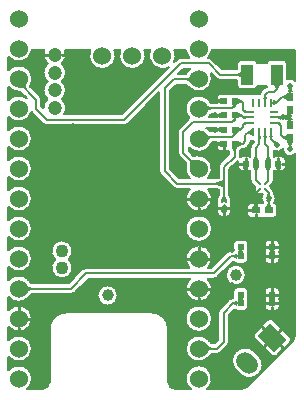
<source format=gtl>
G04 Layer: TopLayer*
G04 EasyEDA Pro v2.2.40.8, 2025-10-17 17:15:36*
G04 Gerber Generator version 0.3*
G04 Scale: 100 percent, Rotated: No, Reflected: No*
G04 Dimensions in millimeters*
G04 Leading zeros omitted, absolute positions, 4 integers and 5 decimals*
G04 Generated by one-click*
%FSLAX45Y45*%
%MOMM*%
%AMOval*1,1,$1,$2,$3*1,1,$1,$4,$5*20,1,$1,$2,$3,$4,$5,0*%
%AMRect*21,1,$1,$2,0,0,$3*%
%ADD10C,0.2032*%
%ADD11C,0.254*%
%ADD12R,0.54X0.79009*%
%ADD13R,0.79009X0.54*%
%ADD14R,0.56566X0.54*%
%ADD15R,0.55001X0.55001*%
%ADD16R,0.28001X0.67501*%
%ADD17R,0.67501X0.28001*%
%ADD18C,0.18001*%
%ADD19R,1.0023X1.8*%
%ADD20R,1.0X1.8*%
%ADD21Oval,1.5X-0.17678X0.17678X0.17678X-0.17678*%
%ADD22Rect,1.5X2.0X45.0*%
%ADD23C,1.0*%
%ADD24C,1.524*%
%ADD25C,1.2*%
%ADD26C,1.1*%
%ADD27C,0.5*%
%ADD28C,0.2*%
G75*


G04 Copper Start*
G36*
G01X319959Y35734D02*
G01X189260Y35734D01*
G01X205056Y49785D01*
G01X217931Y66554D01*
G01X227426Y85443D01*
G01X233202Y105779D01*
G01X235055Y126839D01*
G01X232917Y147872D01*
G01X226866Y168129D01*
G01X217116Y186887D01*
G01X204015Y203480D01*
G01X188030Y217316D01*
G01X169730Y227901D01*
G01X149767Y234860D01*
G01X128852Y237944D01*
G01X107730Y237043D01*
G01X87153Y232189D01*
G01X67855Y223556D01*
G01X50523Y211450D01*
G01X35774Y196303D01*
G01X35774Y309858D01*
G01X50567Y294673D01*
G01X67957Y282548D01*
G01X87319Y273916D01*
G01X107961Y269087D01*
G01X129143Y268233D01*
G01X150107Y271385D01*
G01X170101Y278431D01*
G01X188410Y289117D01*
G01X204377Y303061D01*
G01X217431Y319765D01*
G01X227105Y338628D01*
G01X233051Y358976D01*
G01X235057Y380081D01*
G01X233051Y401185D01*
G01X227105Y421533D01*
G01X217431Y440396D01*
G01X204377Y457100D01*
G01X188410Y471044D01*
G01X170101Y481730D01*
G01X150107Y488776D01*
G01X129143Y491928D01*
G01X107961Y491074D01*
G01X87319Y486245D01*
G01X67957Y477613D01*
G01X50567Y465488D01*
G01X35774Y450303D01*
G01X35774Y563858D01*
G01X50567Y548673D01*
G01X67957Y536548D01*
G01X87319Y527916D01*
G01X107961Y523087D01*
G01X129143Y522233D01*
G01X150107Y525385D01*
G01X170101Y532431D01*
G01X188410Y543117D01*
G01X204377Y557061D01*
G01X217431Y573765D01*
G01X227105Y592628D01*
G01X233051Y612976D01*
G01X235057Y634081D01*
G01X233051Y655185D01*
G01X227105Y675533D01*
G01X217431Y694396D01*
G01X204377Y711100D01*
G01X188410Y725044D01*
G01X170101Y735730D01*
G01X150107Y742776D01*
G01X129143Y745928D01*
G01X107961Y745074D01*
G01X87319Y740245D01*
G01X67957Y731613D01*
G01X50567Y719488D01*
G01X35774Y704303D01*
G01X35774Y817858D01*
G01X49713Y803406D01*
G01X66008Y791674D01*
G01X84136Y783041D01*
G01X103514Y777782D01*
G01X123519Y776068D01*
G01X143509Y777952D01*
G01X162842Y783375D01*
G01X180896Y792163D01*
G01X197090Y804032D01*
G01X210906Y818602D01*
G01X211362Y819119D01*
G01X211563Y819350D01*
G01X224375Y834135D01*
G01X229047Y838923D01*
G01X789649Y838923D01*
G01X789649Y820983D01*
G01X793379Y803435D01*
G01X800676Y787046D01*
G01X811220Y772532D01*
G01X824552Y760528D01*
G01X840089Y751558D01*
G01X857151Y746014D01*
G01X874993Y744139D01*
G01X892834Y746014D01*
G01X909896Y751558D01*
G01X925433Y760528D01*
G01X938765Y772532D01*
G01X949310Y787046D01*
G01X956607Y803435D01*
G01X960337Y820983D01*
G01X960337Y838923D01*
G01X956607Y856471D01*
G01X949310Y872860D01*
G01X938765Y887374D01*
G01X925433Y899378D01*
G01X909896Y908348D01*
G01X892834Y913892D01*
G01X874993Y915767D01*
G01X874993Y915767D01*
G01X857151Y913892D01*
G01X840089Y908348D01*
G01X824552Y899378D01*
G01X811220Y887374D01*
G01X800676Y872860D01*
G01X793379Y856471D01*
G01X789649Y838923D01*
G01X229047Y838923D01*
G01X229561Y839450D01*
G01X232157Y841642D01*
G01X564978Y841642D01*
G01X576835Y843203D01*
G01X587885Y847780D01*
G01X597373Y855060D01*
G01X713961Y971648D01*
G01X1572454Y971648D01*
G01X1558313Y956448D01*
G01X1547220Y938899D01*
G01X1539556Y919604D01*
G01X1535585Y899227D01*
G01X1535443Y878466D01*
G01X1539134Y858036D01*
G01X1546531Y838638D01*
G01X1557382Y820939D01*
G01X1571313Y805546D01*
G01X1587845Y792988D01*
G01X1606410Y783696D01*
G01X1626372Y777990D01*
G01X1647043Y776067D01*
G01X1667715Y777990D01*
G01X1687676Y783696D01*
G01X1706242Y792988D01*
G01X1722774Y805546D01*
G01X1736704Y820939D01*
G01X1747555Y838638D01*
G01X1754953Y858036D01*
G01X1758644Y878466D01*
G01X1758501Y899227D01*
G01X1754530Y919604D01*
G01X1746866Y938899D01*
G01X1735774Y956448D01*
G01X1721633Y971648D01*
G01X1772536Y971648D01*
G01X1784394Y973209D01*
G01X1795443Y977786D01*
G01X1804932Y985067D01*
G01X1831384Y1011519D01*
G01X1874752Y1011519D01*
G01X1874752Y993579D01*
G01X1878482Y976031D01*
G01X1885779Y959642D01*
G01X1896323Y945128D01*
G01X1909655Y933124D01*
G01X1925192Y924154D01*
G01X1942254Y918610D01*
G01X1960096Y916735D01*
G01X1977937Y918610D01*
G01X1994999Y924154D01*
G01X2010536Y933124D01*
G01X2023868Y945128D01*
G01X2034413Y959642D01*
G01X2041710Y976031D01*
G01X2045440Y993579D01*
G01X2045440Y1011519D01*
G01X2041710Y1029067D01*
G01X2034413Y1045456D01*
G01X2023868Y1059970D01*
G01X2010536Y1071974D01*
G01X1994999Y1080944D01*
G01X1977937Y1086488D01*
G01X1960096Y1088363D01*
G01X1960096Y1088363D01*
G01X1942254Y1086488D01*
G01X1925192Y1080944D01*
G01X1909655Y1071974D01*
G01X1896323Y1059970D01*
G01X1885779Y1045456D01*
G01X1878482Y1029067D01*
G01X1874752Y1011519D01*
G01X1831384Y1011519D01*
G01X1936460Y1116595D01*
G01X1944275Y1116595D01*
G01X1949982Y1109370D01*
G01X1957342Y1103838D01*
G01X1965869Y1100366D01*
G01X1975000Y1099182D01*
G01X2030002Y1099182D01*
G01X2041069Y1100935D01*
G01X2051052Y1106022D01*
G01X2058976Y1113945D01*
G01X2064063Y1123929D01*
G01X2065816Y1134996D01*
G01X2065816Y1189997D01*
G01X2204185Y1189997D01*
G01X2204185Y1134996D01*
G01X2205937Y1123929D01*
G01X2211024Y1113945D01*
G01X2218948Y1106022D01*
G01X2228931Y1100935D01*
G01X2239999Y1099182D01*
G01X2295000Y1099182D01*
G01X2306067Y1100935D01*
G01X2316051Y1106022D01*
G01X2323974Y1113945D01*
G01X2329061Y1123929D01*
G01X2330814Y1134996D01*
G01X2330814Y1189997D01*
G01X2329389Y1200000D01*
G01X2330814Y1210002D01*
G01X2330814Y1265004D01*
G01X2329061Y1276071D01*
G01X2323974Y1286055D01*
G01X2316051Y1293978D01*
G01X2306067Y1299065D01*
G01X2295000Y1300818D01*
G01X2239999Y1300818D01*
G01X2228931Y1299065D01*
G01X2218948Y1293978D01*
G01X2211024Y1286055D01*
G01X2205937Y1276071D01*
G01X2204185Y1265004D01*
G01X2204185Y1210002D01*
G01X2205610Y1200000D01*
G01X2204185Y1189997D01*
G01X2204185Y1189997D01*
G01X2065816Y1189997D01*
G01X2064390Y1200000D01*
G01X2065816Y1210002D01*
G01X2065816Y1265004D01*
G01X2064063Y1276071D01*
G01X2058976Y1286055D01*
G01X2051052Y1293978D01*
G01X2041069Y1299065D01*
G01X2030002Y1300818D01*
G01X1975000Y1300818D01*
G01X1963933Y1299065D01*
G01X1953949Y1293978D01*
G01X1946026Y1286055D01*
G01X1940939Y1276071D01*
G01X1939186Y1265004D01*
G01X1939186Y1210002D01*
G01X1939231Y1208223D01*
G01X1917484Y1208223D01*
G01X1905626Y1206662D01*
G01X1894577Y1202085D01*
G01X1885088Y1194805D01*
G01X1753560Y1063276D01*
G01X1726648Y1063276D01*
G01X1739525Y1078880D01*
G01X1749384Y1096546D01*
G01X1755906Y1115697D01*
G01X1758876Y1135709D01*
G01X1758198Y1155928D01*
G01X1753894Y1175696D01*
G01X1746105Y1194367D01*
G01X1735084Y1211333D01*
G01X1721192Y1226040D01*
G01X1704880Y1238008D01*
G01X1686682Y1246846D01*
G01X1667191Y1252268D01*
G01X1647043Y1254095D01*
G01X1626895Y1252268D01*
G01X1607404Y1246846D01*
G01X1589206Y1238008D01*
G01X1572895Y1226040D01*
G01X1559002Y1211333D01*
G01X1547981Y1194367D01*
G01X1540192Y1175696D01*
G01X1535888Y1155928D01*
G01X1535211Y1135709D01*
G01X1538181Y1115697D01*
G01X1544702Y1096546D01*
G01X1554562Y1078880D01*
G01X1567438Y1063276D01*
G01X694984Y1063276D01*
G01X683126Y1061715D01*
G01X672077Y1057138D01*
G01X662589Y1049857D01*
G01X546001Y933270D01*
G01X228042Y933270D01*
G01X226357Y933344D01*
G01X219393Y945372D01*
G01X217613Y948144D01*
G01X217412Y948427D01*
G01X211096Y957318D01*
G01X209234Y959622D01*
G01X205191Y964231D01*
G01X203834Y965669D01*
G01X187840Y979451D01*
G01X169544Y989986D01*
G01X149597Y996902D01*
G01X128706Y999951D01*
G01X107614Y999027D01*
G01X87070Y994161D01*
G01X67804Y985527D01*
G01X50501Y973431D01*
G01X35774Y958303D01*
G01X35774Y1071858D01*
G01X50567Y1056673D01*
G01X67957Y1044548D01*
G01X87319Y1035916D01*
G01X107961Y1031087D01*
G01X129143Y1030233D01*
G01X150107Y1033385D01*
G01X170101Y1040431D01*
G01X188410Y1051117D01*
G01X204377Y1065061D01*
G01X217431Y1081765D01*
G01X227105Y1100628D01*
G01X233051Y1120976D01*
G01X235057Y1142081D01*
G01X233051Y1163185D01*
G01X227105Y1183533D01*
G01X219115Y1199114D01*
G01X398091Y1199114D01*
G01X401357Y1180771D01*
G01X408297Y1163480D01*
G01X418619Y1147969D01*
G01X431890Y1134892D01*
G01X418619Y1121814D01*
G01X408297Y1106303D01*
G01X401357Y1089013D01*
G01X398091Y1070669D01*
G01X398638Y1052046D01*
G01X402975Y1033926D01*
G01X410918Y1017072D01*
G01X422133Y1002194D01*
G01X436148Y989918D01*
G01X452374Y980760D01*
G01X470128Y975107D01*
G01X488661Y973196D01*
G01X488661Y973196D01*
G01X507194Y975107D01*
G01X524948Y980760D01*
G01X541173Y989918D01*
G01X555189Y1002194D01*
G01X566404Y1017072D01*
G01X574347Y1033926D01*
G01X578683Y1052046D01*
G01X579230Y1070669D01*
G01X575965Y1089013D01*
G01X569025Y1106303D01*
G01X558703Y1121814D01*
G01X545432Y1134892D01*
G01X558703Y1147969D01*
G01X569025Y1163480D01*
G01X575965Y1180771D01*
G01X579230Y1199114D01*
G01X578683Y1217738D01*
G01X574347Y1235858D01*
G01X566404Y1252711D01*
G01X555189Y1267589D01*
G01X541173Y1279866D01*
G01X524948Y1289023D01*
G01X507194Y1294676D01*
G01X488661Y1296588D01*
G01X470128Y1294676D01*
G01X452374Y1289023D01*
G01X436148Y1279866D01*
G01X422133Y1267589D01*
G01X410918Y1252711D01*
G01X402975Y1235858D01*
G01X398638Y1217738D01*
G01X398091Y1199114D01*
G01X219115Y1199114D01*
G01X217431Y1202396D01*
G01X204377Y1219100D01*
G01X188410Y1233044D01*
G01X170101Y1243730D01*
G01X150107Y1250776D01*
G01X129143Y1253928D01*
G01X107961Y1253074D01*
G01X87319Y1248245D01*
G01X67957Y1239613D01*
G01X50567Y1227488D01*
G01X35774Y1212303D01*
G01X35774Y1325858D01*
G01X50567Y1310673D01*
G01X67957Y1298548D01*
G01X87319Y1289916D01*
G01X107961Y1285087D01*
G01X129143Y1284233D01*
G01X150107Y1287385D01*
G01X170101Y1294431D01*
G01X188410Y1305117D01*
G01X204377Y1319061D01*
G01X217431Y1335765D01*
G01X227105Y1354628D01*
G01X233051Y1374976D01*
G01X235057Y1396081D01*
G01X1535029Y1396081D01*
G01X1536936Y1375498D01*
G01X1542593Y1355616D01*
G01X1551807Y1337113D01*
G01X1564264Y1320617D01*
G01X1579540Y1306691D01*
G01X1597114Y1295810D01*
G01X1616389Y1288343D01*
G01X1636708Y1284544D01*
G01X1657379Y1284544D01*
G01X1677697Y1288343D01*
G01X1696972Y1295810D01*
G01X1714547Y1306691D01*
G01X1729823Y1320617D01*
G01X1742279Y1337113D01*
G01X1751493Y1355616D01*
G01X1757150Y1375498D01*
G01X1759057Y1396081D01*
G01X1759057Y1396081D01*
G01X1757150Y1416663D01*
G01X1751493Y1436545D01*
G01X1742279Y1455048D01*
G01X1729823Y1471544D01*
G01X1714547Y1485470D01*
G01X1696972Y1496351D01*
G01X1677697Y1503818D01*
G01X1657379Y1507617D01*
G01X1636708Y1507617D01*
G01X1616389Y1503818D01*
G01X1597114Y1496351D01*
G01X1579540Y1485470D01*
G01X1564264Y1471544D01*
G01X1551807Y1455048D01*
G01X1542593Y1436545D01*
G01X1536936Y1416663D01*
G01X1535029Y1396081D01*
G01X235057Y1396081D01*
G01X235057Y1396081D01*
G01X233051Y1417185D01*
G01X227105Y1437533D01*
G01X217431Y1456396D01*
G01X204377Y1473100D01*
G01X188410Y1487044D01*
G01X170101Y1497730D01*
G01X150107Y1504776D01*
G01X129143Y1507928D01*
G01X107961Y1507074D01*
G01X87319Y1502245D01*
G01X67957Y1493613D01*
G01X50567Y1481488D01*
G01X35774Y1466303D01*
G01X35774Y1579858D01*
G01X50567Y1564673D01*
G01X67957Y1552548D01*
G01X87319Y1543916D01*
G01X107961Y1539087D01*
G01X129143Y1538233D01*
G01X150107Y1541385D01*
G01X170101Y1548431D01*
G01X188410Y1559117D01*
G01X204377Y1573061D01*
G01X217431Y1589765D01*
G01X227105Y1608628D01*
G01X233051Y1628976D01*
G01X235057Y1650081D01*
G01X233051Y1671185D01*
G01X227105Y1691533D01*
G01X217431Y1710396D01*
G01X204377Y1727100D01*
G01X188410Y1741044D01*
G01X170101Y1751730D01*
G01X150107Y1758776D01*
G01X129143Y1761928D01*
G01X107961Y1761074D01*
G01X87319Y1756245D01*
G01X67957Y1747613D01*
G01X50567Y1735488D01*
G01X35774Y1720303D01*
G01X35774Y1833858D01*
G01X50567Y1818673D01*
G01X67957Y1806548D01*
G01X87319Y1797916D01*
G01X107961Y1793087D01*
G01X129143Y1792233D01*
G01X150107Y1795385D01*
G01X170101Y1802431D01*
G01X188410Y1813117D01*
G01X204377Y1827061D01*
G01X217431Y1843765D01*
G01X227105Y1862628D01*
G01X233051Y1882976D01*
G01X235057Y1904081D01*
G01X233051Y1925185D01*
G01X227105Y1945533D01*
G01X217431Y1964396D01*
G01X204377Y1981100D01*
G01X188410Y1995044D01*
G01X170101Y2005730D01*
G01X150107Y2012776D01*
G01X129143Y2015928D01*
G01X107961Y2015074D01*
G01X87319Y2010245D01*
G01X67957Y2001613D01*
G01X50567Y1989488D01*
G01X35774Y1974303D01*
G01X35774Y2087858D01*
G01X50567Y2072673D01*
G01X67957Y2060548D01*
G01X87319Y2051916D01*
G01X107961Y2047087D01*
G01X129143Y2046233D01*
G01X150107Y2049385D01*
G01X170101Y2056431D01*
G01X188410Y2067117D01*
G01X204377Y2081061D01*
G01X217431Y2097765D01*
G01X227105Y2116628D01*
G01X233051Y2136976D01*
G01X235057Y2158081D01*
G01X233051Y2179185D01*
G01X227105Y2199533D01*
G01X217431Y2218396D01*
G01X204377Y2235100D01*
G01X188410Y2249044D01*
G01X170101Y2259730D01*
G01X150107Y2266776D01*
G01X129143Y2269928D01*
G01X107961Y2269074D01*
G01X87319Y2264245D01*
G01X67957Y2255613D01*
G01X50567Y2243488D01*
G01X35774Y2228303D01*
G01X35774Y2341858D01*
G01X50150Y2327029D01*
G01X67003Y2315093D01*
G01X85762Y2306453D01*
G01X105788Y2301404D01*
G01X126401Y2300117D01*
G01X146899Y2302636D01*
G01X166587Y2308876D01*
G01X184794Y2318625D01*
G01X200902Y2331550D01*
G01X214363Y2347213D01*
G01X224720Y2365081D01*
G01X231621Y2384547D01*
G01X236368Y2378972D01*
G01X330122Y2285218D01*
G01X339611Y2277937D01*
G01X350660Y2273360D01*
G01X362518Y2271799D01*
G01X1015050Y2271799D01*
G01X1026907Y2273360D01*
G01X1037957Y2277937D01*
G01X1047445Y2285218D01*
G01X1314252Y2552025D01*
G01X1314252Y1880092D01*
G01X1315813Y1868234D01*
G01X1320390Y1857185D01*
G01X1327671Y1847696D01*
G01X1431249Y1744119D01*
G01X1440737Y1736838D01*
G01X1451786Y1732261D01*
G01X1463644Y1730700D01*
G01X1569277Y1730700D01*
G01X1555928Y1715236D01*
G01X1545610Y1697604D01*
G01X1538666Y1678391D01*
G01X1535327Y1658237D01*
G01X1535703Y1637812D01*
G01X1539783Y1617795D01*
G01X1547430Y1598851D01*
G01X1558391Y1581612D01*
G01X1572301Y1566650D01*
G01X1588696Y1554463D01*
G01X1607032Y1545456D01*
G01X1626699Y1539929D01*
G01X1647043Y1538067D01*
G01X1667387Y1539929D01*
G01X1687054Y1545456D01*
G01X1705390Y1554463D01*
G01X1721786Y1566650D01*
G01X1735695Y1581612D01*
G01X1746656Y1598851D01*
G01X1754303Y1617795D01*
G01X1758383Y1637812D01*
G01X1758760Y1658237D01*
G01X1755420Y1678391D01*
G01X1748476Y1697604D01*
G01X1738158Y1715236D01*
G01X1724810Y1730700D01*
G01X1791578Y1730700D01*
G01X1803867Y1729500D01*
G01X1815699Y1725969D01*
G01X1815699Y1679951D01*
G01X1815333Y1673566D01*
G01X1807412Y1663873D01*
G01X1802409Y1652399D01*
G01X1800699Y1639999D01*
G01X1800699Y1612070D01*
G01X1801646Y1603332D01*
G01X1804441Y1594999D01*
G01X1801646Y1586666D01*
G01X1800699Y1577928D01*
G01X1800699Y1539999D01*
G01X1802260Y1528141D01*
G01X1806837Y1517092D01*
G01X1814118Y1507603D01*
G01X1823606Y1500323D01*
G01X1834656Y1495746D01*
G01X1846513Y1494185D01*
G01X1876513Y1494185D01*
G01X1888371Y1495746D01*
G01X1899420Y1500323D01*
G01X1908909Y1507603D01*
G01X1916189Y1517092D01*
G01X1920766Y1528141D01*
G01X1922327Y1539999D01*
G01X1922327Y1577928D01*
G01X1921380Y1586666D01*
G01X1918585Y1594998D01*
G01X1921381Y1603331D01*
G01X1922327Y1612070D01*
G01X1922327Y1639999D01*
G01X1920617Y1652399D01*
G01X1915615Y1663873D01*
G01X1907693Y1673566D01*
G01X1907327Y1679951D01*
G01X1907327Y1897539D01*
G01X1980223Y1970435D01*
G01X1980223Y1918095D01*
G01X1981976Y1907028D01*
G01X1987063Y1897044D01*
G01X1994986Y1889121D01*
G01X2004970Y1884034D01*
G01X2016037Y1882281D01*
G01X2072603Y1882281D01*
G01X2078936Y1882845D01*
G01X2085069Y1884520D01*
G01X2085069Y1805604D01*
G01X2086631Y1793746D01*
G01X2091207Y1782697D01*
G01X2098488Y1773208D01*
G01X2122332Y1749364D01*
G01X2119413Y1738041D01*
G01X2119523Y1726348D01*
G01X2122653Y1715081D01*
G01X2124686Y1705462D01*
G01X2130217Y1697334D01*
G01X2138419Y1691914D01*
G01X2148065Y1690012D01*
G01X2149978Y1690012D01*
G01X2156850Y1688353D01*
G01X2163897Y1687796D01*
G01X2170945Y1688353D01*
G01X2177816Y1690012D01*
G01X2181710Y1690012D01*
G01X2186946Y1684775D01*
G01X2180448Y1670783D01*
G01X2177680Y1655606D01*
G01X2178821Y1640221D01*
G01X2183795Y1625617D01*
G01X2192285Y1612736D01*
G01X2192594Y1612358D01*
G01X2192594Y1612104D01*
G01X2184043Y1609453D01*
G01X2176654Y1611964D01*
G01X2168896Y1612814D01*
G01X2089887Y1612814D01*
G01X2078820Y1611061D01*
G01X2068836Y1605974D01*
G01X2060913Y1598051D01*
G01X2055826Y1588067D01*
G01X2054073Y1577000D01*
G01X2054073Y1523000D01*
G01X2055826Y1511933D01*
G01X2060913Y1501949D01*
G01X2068836Y1494026D01*
G01X2078820Y1488939D01*
G01X2089887Y1487186D01*
G01X2168896Y1487186D01*
G01X2176577Y1488019D01*
G01X2183900Y1490480D01*
G01X2191223Y1488019D01*
G01X2198904Y1487186D01*
G01X2277913Y1487186D01*
G01X2288980Y1488939D01*
G01X2298964Y1494026D01*
G01X2306887Y1501949D01*
G01X2311974Y1511933D01*
G01X2313727Y1523000D01*
G01X2313727Y1577000D01*
G01X2312345Y1586854D01*
G01X2308304Y1595948D01*
G01X2301918Y1603578D01*
G01X2293679Y1609157D01*
G01X2284222Y1612254D01*
G01X2284222Y1612508D01*
G01X2284495Y1612693D01*
G01X2292517Y1624611D01*
G01X2297519Y1638078D01*
G01X2299222Y1652343D01*
G01X2297532Y1666609D01*
G01X2292543Y1680080D01*
G01X2284533Y1692006D01*
G01X2284222Y1692384D01*
G01X2284222Y1698104D01*
G01X2282661Y1709962D01*
G01X2278084Y1721011D01*
G01X2270804Y1730500D01*
G01X2248703Y1752600D01*
G01X2266725Y1770622D01*
G01X2274006Y1780110D01*
G01X2278582Y1791159D01*
G01X2280144Y1803017D01*
G01X2280144Y1884520D01*
G01X2286277Y1882845D01*
G01X2292610Y1882281D01*
G01X2349176Y1882281D01*
G01X2360243Y1884034D01*
G01X2370227Y1889121D01*
G01X2378150Y1897044D01*
G01X2383237Y1907028D01*
G01X2384990Y1918095D01*
G01X2384990Y1972095D01*
G01X2383237Y1983162D01*
G01X2378150Y1993146D01*
G01X2370227Y2001069D01*
G01X2360243Y2006156D01*
G01X2349176Y2007909D01*
G01X2292610Y2007909D01*
G01X2280923Y2005949D01*
G01X2280923Y2054144D01*
G01X2294485Y2048735D01*
G01X2308946Y2046715D01*
G01X2323471Y2048200D01*
G01X2337223Y2053105D01*
G01X2349410Y2061145D01*
G01X2359330Y2071859D01*
G01X2360691Y2057190D01*
G01X2365539Y2043278D01*
G01X2373591Y2030940D01*
G01X2384373Y2020901D01*
G01X2397254Y2013749D01*
G01X2411476Y2009904D01*
G01X2426205Y2009592D01*
G01X2440577Y2012832D01*
G01X2453748Y2019432D01*
G01X2464946Y2029006D01*
G01X2464946Y492093D01*
G01X2463716Y479585D01*
G01X2460071Y467557D01*
G01X2454153Y456469D01*
G01X2446187Y446747D01*
G01X2054713Y54574D01*
G01X2044982Y46575D01*
G01X2033876Y40631D01*
G01X2021822Y36970D01*
G01X2009286Y35734D01*
G01X1713260Y35734D01*
G01X1728305Y48985D01*
G01X1740747Y64706D01*
G01X1750187Y82393D01*
G01X1756322Y101480D01*
G01X1758957Y121354D01*
G01X1758007Y141380D01*
G01X1753503Y160916D01*
G01X1745587Y179336D01*
G01X1734515Y196050D01*
G01X1720641Y210523D01*
G01X1704409Y222290D01*
G01X1686340Y230975D01*
G01X1667011Y236300D01*
G01X1647043Y238095D01*
G01X1627075Y236300D01*
G01X1607747Y230975D01*
G01X1589677Y222290D01*
G01X1573445Y210523D01*
G01X1559571Y196050D01*
G01X1548499Y179336D01*
G01X1540584Y160916D01*
G01X1536079Y141380D01*
G01X1535129Y121354D01*
G01X1537764Y101480D01*
G01X1543900Y82393D01*
G01X1553340Y64706D01*
G01X1565782Y48985D01*
G01X1580827Y35734D01*
G01X1450304Y35734D01*
G01X1436021Y37343D01*
G01X1422455Y42090D01*
G01X1410285Y49737D01*
G01X1400122Y59901D01*
G01X1392475Y72071D01*
G01X1387727Y85637D01*
G01X1386118Y99920D01*
G01X1386118Y380054D01*
G01X1535029Y380054D01*
G01X1537052Y358888D01*
G01X1543039Y338485D01*
G01X1552773Y319581D01*
G01X1565903Y302857D01*
G01X1581958Y288916D01*
G01X1600358Y278259D01*
G01X1620440Y271272D01*
G01X1641480Y268205D01*
G01X1662721Y269169D01*
G01X1676573Y272493D01*
G01X1929187Y272493D01*
G01X1932012Y252239D01*
G01X1938511Y232850D01*
G01X1948462Y214985D01*
G01X1961525Y199253D01*
G01X1961525Y199253D01*
G01X1996881Y163898D01*
G01X2012613Y150834D01*
G01X2030478Y140883D01*
G01X2049867Y134384D01*
G01X2070120Y131559D01*
G01X2090548Y132504D01*
G01X2110454Y137186D01*
G01X2129161Y145445D01*
G01X2146031Y157002D01*
G01X2160491Y171462D01*
G01X2172048Y188332D01*
G01X2180308Y207039D01*
G01X2184990Y226945D01*
G01X2185934Y247373D01*
G01X2183109Y267626D01*
G01X2176610Y287015D01*
G01X2166660Y304880D01*
G01X2153596Y320612D01*
G01X2118240Y355968D01*
G01X2102508Y369032D01*
G01X2084643Y378982D01*
G01X2065254Y385481D01*
G01X2045001Y388306D01*
G01X2024573Y387362D01*
G01X2004667Y382680D01*
G01X1985960Y374420D01*
G01X1969090Y362863D01*
G01X1954630Y348404D01*
G01X1943073Y331533D01*
G01X1934813Y312826D01*
G01X1930131Y292920D01*
G01X1929187Y272493D01*
G01X1676573Y272493D01*
G01X1683397Y274130D01*
G01X1702763Y282908D01*
G01X1720121Y295188D01*
G01X1734847Y310527D01*
G01X1735945Y311780D01*
G01X1748775Y326618D01*
G01X1753980Y331959D01*
G01X1756605Y334179D01*
G01X1800100Y334179D01*
G01X1811957Y335740D01*
G01X1823007Y340317D01*
G01X1832495Y347598D01*
G01X1889936Y405038D01*
G01X1897217Y414527D01*
G01X1901794Y425576D01*
G01X1903355Y437434D01*
G01X1903355Y495345D01*
G01X2110576Y495345D01*
G01X2110576Y484140D01*
G01X2114038Y473483D01*
G01X2120624Y464418D01*
G01X2262046Y322997D01*
G01X2271111Y316410D01*
G01X2281768Y312948D01*
G01X2292973Y312948D01*
G01X2303629Y316410D01*
G01X2312695Y322997D01*
G01X2418761Y429063D01*
G01X2418761Y429063D01*
G01X2425347Y438128D01*
G01X2428809Y448784D01*
G01X2428809Y459989D01*
G01X2425347Y470646D01*
G01X2418761Y479711D01*
G01X2277339Y621133D01*
G01X2268274Y627719D01*
G01X2257617Y631181D01*
G01X2246412Y631181D01*
G01X2235756Y627719D01*
G01X2226690Y621133D01*
G01X2120624Y515067D01*
G01X2114038Y506002D01*
G01X2110576Y495345D01*
G01X1903355Y495345D01*
G01X1903355Y665969D01*
G01X1948401Y711015D01*
G01X1956035Y704616D01*
G01X1965136Y700568D01*
G01X1975000Y699182D01*
G01X2030002Y699182D01*
G01X2041069Y700935D01*
G01X2051052Y706022D01*
G01X2058976Y713945D01*
G01X2064063Y723929D01*
G01X2065816Y734996D01*
G01X2065816Y789997D01*
G01X2204185Y789997D01*
G01X2204185Y734996D01*
G01X2205937Y723929D01*
G01X2211024Y713945D01*
G01X2218948Y706022D01*
G01X2228931Y700935D01*
G01X2239999Y699182D01*
G01X2295000Y699182D01*
G01X2306067Y700935D01*
G01X2316051Y706022D01*
G01X2323974Y713945D01*
G01X2329061Y723929D01*
G01X2330814Y734996D01*
G01X2330814Y789997D01*
G01X2329389Y800000D01*
G01X2330814Y810002D01*
G01X2330814Y865004D01*
G01X2329061Y876071D01*
G01X2323974Y886055D01*
G01X2316051Y893978D01*
G01X2306067Y899065D01*
G01X2295000Y900818D01*
G01X2239999Y900818D01*
G01X2228931Y899065D01*
G01X2218948Y893978D01*
G01X2211024Y886055D01*
G01X2205937Y876071D01*
G01X2204185Y865004D01*
G01X2204185Y810002D01*
G01X2205610Y800000D01*
G01X2204185Y789997D01*
G01X2204185Y789997D01*
G01X2065816Y789997D01*
G01X2064390Y800000D01*
G01X2065816Y810002D01*
G01X2065816Y865004D01*
G01X2064063Y876071D01*
G01X2058976Y886055D01*
G01X2051052Y893978D01*
G01X2041069Y899065D01*
G01X2030002Y900818D01*
G01X1975000Y900818D01*
G01X1963933Y899065D01*
G01X1953949Y893978D01*
G01X1946026Y886055D01*
G01X1940939Y876071D01*
G01X1939186Y865004D01*
G01X1939186Y810002D01*
G01X1939229Y808264D01*
G01X1935044Y808264D01*
G01X1923187Y806702D01*
G01X1912137Y802126D01*
G01X1902649Y794845D01*
G01X1825145Y717341D01*
G01X1817865Y707853D01*
G01X1813288Y696803D01*
G01X1811727Y684946D01*
G01X1811727Y456410D01*
G01X1811727Y456410D01*
G01X1781123Y425807D01*
G01X1756751Y425807D01*
G01X1754116Y428037D01*
G01X1748905Y433385D01*
G01X1735924Y448407D01*
G01X1734814Y449676D01*
G01X1720081Y465007D01*
G01X1702717Y477279D01*
G01X1683347Y486048D01*
G01X1662668Y490999D01*
G01X1641427Y491954D01*
G01X1620388Y488877D01*
G01X1600309Y481880D01*
G01X1581915Y471215D01*
G01X1565867Y457266D01*
G01X1552744Y440535D01*
G01X1543019Y421627D01*
G01X1537042Y401221D01*
G01X1535029Y380054D01*
G01X1386118Y380054D01*
G01X1386118Y549919D01*
G01X1384446Y571165D01*
G01X1379471Y591887D01*
G01X1371315Y611577D01*
G01X1360180Y629748D01*
G01X1356480Y634081D01*
G01X1535029Y634081D01*
G01X1536936Y613498D01*
G01X1542593Y593616D01*
G01X1551807Y575113D01*
G01X1564264Y558617D01*
G01X1579540Y544691D01*
G01X1597114Y533810D01*
G01X1616389Y526343D01*
G01X1636708Y522544D01*
G01X1657379Y522544D01*
G01X1677697Y526343D01*
G01X1696972Y533810D01*
G01X1714547Y544691D01*
G01X1729823Y558617D01*
G01X1742279Y575113D01*
G01X1751493Y593616D01*
G01X1757150Y613498D01*
G01X1759057Y634081D01*
G01X1759057Y634081D01*
G01X1757150Y654663D01*
G01X1751493Y674545D01*
G01X1742279Y693048D01*
G01X1729823Y709544D01*
G01X1714547Y723470D01*
G01X1696972Y734351D01*
G01X1677697Y741818D01*
G01X1657379Y745617D01*
G01X1636708Y745617D01*
G01X1616389Y741818D01*
G01X1597114Y734351D01*
G01X1579540Y723470D01*
G01X1564264Y709544D01*
G01X1551807Y693048D01*
G01X1542593Y674545D01*
G01X1536936Y654663D01*
G01X1535029Y634081D01*
G01X1356480Y634081D01*
G01X1346339Y645954D01*
G01X1330134Y659795D01*
G01X1311962Y670930D01*
G01X1292273Y679085D01*
G01X1271550Y684061D01*
G01X1250304Y685733D01*
G01X519959Y685733D01*
G01X498713Y684061D01*
G01X477990Y679085D01*
G01X458301Y670930D01*
G01X440130Y659795D01*
G01X423924Y645954D01*
G01X410083Y629748D01*
G01X398948Y611577D01*
G01X390792Y591887D01*
G01X385817Y571165D01*
G01X384145Y549919D01*
G01X384145Y99920D01*
G01X382536Y85637D01*
G01X377789Y72071D01*
G01X370142Y59901D01*
G01X359979Y49737D01*
G01X347809Y42090D01*
G01X334242Y37343D01*
G01X319959Y35734D01*
G37*
G36*
G01X175936Y2764820D02*
G01X158136Y2772455D01*
G01X139287Y2776910D01*
G01X119953Y2778052D01*
G01X100711Y2775846D01*
G01X82136Y2770358D01*
G01X64785Y2761752D01*
G01X49175Y2750287D01*
G01X35774Y2736303D01*
G01X35774Y2849858D01*
G01X49807Y2835325D01*
G01X66222Y2823548D01*
G01X84485Y2814912D01*
G01X104002Y2809697D01*
G01X124139Y2808072D01*
G01X144240Y2810090D01*
G01X163652Y2815687D01*
G01X181742Y2824679D01*
G01X197924Y2836774D01*
G01X211669Y2851579D01*
G01X222532Y2868612D01*
G01X230159Y2887319D01*
G01X234302Y2907092D01*
G01X340299Y2907092D01*
G01X334194Y2889890D01*
G01X331462Y2871843D01*
G01X332202Y2853606D01*
G01X336387Y2835839D01*
G01X343865Y2819189D01*
G01X354365Y2804259D01*
G01X367505Y2791591D01*
G01X353806Y2778264D01*
G01X343024Y2762484D01*
G01X335589Y2744878D01*
G01X331796Y2726147D01*
G01X331796Y2707035D01*
G01X335589Y2688303D01*
G01X343024Y2670697D01*
G01X353806Y2654917D01*
G01X367505Y2641591D01*
G01X353806Y2628264D01*
G01X343024Y2612484D01*
G01X335589Y2594878D01*
G01X331796Y2576147D01*
G01X331796Y2557035D01*
G01X335589Y2538303D01*
G01X343024Y2520697D01*
G01X353806Y2504917D01*
G01X367506Y2491591D01*
G01X354654Y2479259D01*
G01X344308Y2464762D01*
G01X336823Y2448600D01*
G01X332459Y2431333D01*
G01X331366Y2413556D01*
G01X314577Y2430344D01*
G01X314577Y2487621D01*
G01X313016Y2499479D01*
G01X308439Y2510528D01*
G01X301159Y2520017D01*
G01X223716Y2597460D01*
G01X222165Y2599191D01*
G01X221884Y2599597D01*
G01X221853Y2599903D01*
G01X221856Y2600945D01*
G01X221971Y2602216D01*
G01X223173Y2608557D01*
G01X225406Y2616804D01*
G01X229854Y2632339D01*
G01X234070Y2651243D01*
G01X234966Y2670590D01*
G01X232516Y2689803D01*
G01X226794Y2708306D01*
G01X217969Y2725547D01*
G01X206306Y2741010D01*
G01X192154Y2754233D01*
G01X175936Y2764820D01*
G37*
G36*
G01X188915Y2502679D02*
G01X170595Y2513500D01*
G01X150560Y2520662D01*
G01X129532Y2523906D01*
G01X108270Y2523116D01*
G01X87541Y2518319D01*
G01X68092Y2509690D01*
G01X50627Y2497538D01*
G01X35774Y2482303D01*
G01X35774Y2595858D01*
G01X48848Y2582163D01*
G01X64041Y2570865D01*
G01X80920Y2562288D01*
G01X99003Y2556677D01*
G01X117772Y2554191D01*
G01X136692Y2554901D01*
G01X188915Y2502679D01*
G37*
G36*
G01X486759Y2641591D02*
G01X500458Y2654917D01*
G01X511240Y2670697D01*
G01X518675Y2688303D01*
G01X522468Y2707035D01*
G01X522468Y2726147D01*
G01X518675Y2744878D01*
G01X511240Y2762484D01*
G01X500458Y2778264D01*
G01X486759Y2791591D01*
G01X499899Y2804259D01*
G01X510399Y2819189D01*
G01X517877Y2835839D01*
G01X522062Y2853606D01*
G01X522802Y2871843D01*
G01X520070Y2889890D01*
G01X513965Y2907092D01*
G01X730065Y2907092D01*
G01X722935Y2887855D01*
G01X719432Y2867641D01*
G01X719676Y2847128D01*
G01X723656Y2827002D01*
G01X731240Y2807940D01*
G01X742173Y2790581D01*
G01X756089Y2775507D01*
G01X772521Y2763224D01*
G01X790917Y2754144D01*
G01X810661Y2748571D01*
G01X831090Y2746692D01*
G01X851519Y2748571D01*
G01X871262Y2754144D01*
G01X889658Y2763224D01*
G01X906090Y2775507D01*
G01X920006Y2790581D01*
G01X930939Y2807940D01*
G01X938523Y2827002D01*
G01X942503Y2847128D01*
G01X942747Y2867641D01*
G01X939244Y2887855D01*
G01X932114Y2907092D01*
G01X984065Y2907092D01*
G01X976935Y2887855D01*
G01X973432Y2867641D01*
G01X973676Y2847128D01*
G01X977656Y2827002D01*
G01X985240Y2807940D01*
G01X996173Y2790581D01*
G01X1010089Y2775507D01*
G01X1026521Y2763224D01*
G01X1044917Y2754144D01*
G01X1064661Y2748571D01*
G01X1085090Y2746692D01*
G01X1105519Y2748571D01*
G01X1125262Y2754144D01*
G01X1143658Y2763224D01*
G01X1160090Y2775507D01*
G01X1174006Y2790581D01*
G01X1184939Y2807940D01*
G01X1192523Y2827002D01*
G01X1196503Y2847128D01*
G01X1196747Y2867641D01*
G01X1193244Y2887855D01*
G01X1186114Y2907092D01*
G01X1238065Y2907092D01*
G01X1231028Y2888198D01*
G01X1227491Y2868349D01*
G01X1227571Y2848187D01*
G01X1231263Y2828366D01*
G01X1238448Y2809529D01*
G01X1248894Y2792284D01*
G01X1262262Y2777191D01*
G01X1278119Y2764739D01*
G01X1295952Y2755332D01*
G01X1315181Y2749273D01*
G01X1335186Y2746760D01*
G01X1355317Y2747874D01*
G01X1374922Y2752578D01*
G01X1393366Y2760721D01*
G01X996073Y2363427D01*
G01X506844Y2363427D01*
G01X515297Y2379077D01*
G01X520712Y2396020D01*
G01X522902Y2413673D01*
G01X521791Y2431425D01*
G01X517417Y2448667D01*
G01X509933Y2464802D01*
G01X499594Y2479277D01*
G01X486758Y2491591D01*
G01X500458Y2504917D01*
G01X511240Y2520697D01*
G01X518675Y2538303D01*
G01X522468Y2557035D01*
G01X522468Y2576147D01*
G01X518675Y2594878D01*
G01X511240Y2612484D01*
G01X500458Y2628264D01*
G01X486759Y2641591D01*
G37*
G36*
G01X1456547Y2614316D02*
G01X1542567Y2614316D01*
G01X1544863Y2612416D01*
G01X1549849Y2607371D01*
G01X1557649Y2598584D01*
G01X1571980Y2582938D01*
G01X1589004Y2570276D01*
G01X1608110Y2561050D01*
G01X1628613Y2555593D01*
G01X1649778Y2554100D01*
G01X1670844Y2556624D01*
G01X1691056Y2563076D01*
G01X1709690Y2573223D01*
G01X1726075Y2586701D01*
G01X1739626Y2603028D01*
G01X1749854Y2621617D01*
G01X1756394Y2641801D01*
G01X1759011Y2662856D01*
G01X1758280Y2679179D01*
G01X1755184Y2695222D01*
G01X1749786Y2710644D01*
G01X1792838Y2667592D01*
G01X1802327Y2660311D01*
G01X1813376Y2655734D01*
G01X1825234Y2654173D01*
G01X1973080Y2654173D01*
G01X1973080Y2609987D01*
G01X1974833Y2598920D01*
G01X1979920Y2588936D01*
G01X1987843Y2581013D01*
G01X1997827Y2575926D01*
G01X2008894Y2574173D01*
G01X2108894Y2574173D01*
G01X2120159Y2575991D01*
G01X2130280Y2581260D01*
G01X2138231Y2589445D01*
G01X2143203Y2599716D01*
G01X2224597Y2599716D01*
G01X2226040Y2595757D01*
G01X2215650Y2593597D01*
G01X2206036Y2589104D01*
G01X2197713Y2582520D01*
G01X2176498Y2561304D01*
G01X2170331Y2553644D01*
G01X2165940Y2544845D01*
G01X2163529Y2535311D01*
G01X1992614Y2535311D01*
G01X1986013Y2537273D01*
G01X1979158Y2537935D01*
G01X1922592Y2537935D01*
G01X1915737Y2537273D01*
G01X1909135Y2535311D01*
G01X1906051Y2535311D01*
G01X1899450Y2537273D01*
G01X1892594Y2537935D01*
G01X1836029Y2537935D01*
G01X1829173Y2537273D01*
G01X1822572Y2535311D01*
G01X1820625Y2535311D01*
G01X1816105Y2534279D01*
G01X1812481Y2531388D01*
G01X1810471Y2527210D01*
G01X1804903Y2519836D01*
G01X1801407Y2511284D01*
G01X1800215Y2502121D01*
G01X1800215Y2460932D01*
G01X1754100Y2460932D01*
G01X1751639Y2462992D01*
G01X1746540Y2468191D01*
G01X1735501Y2480800D01*
G01X1721614Y2495665D01*
G01X1705269Y2507772D01*
G01X1687003Y2516725D01*
G01X1667419Y2522226D01*
G01X1647163Y2524094D01*
G01X1626904Y2522269D01*
G01X1607308Y2516810D01*
G01X1589023Y2507897D01*
G01X1572652Y2495825D01*
G01X1558733Y2480990D01*
G01X1547727Y2463883D01*
G01X1539997Y2445068D01*
G01X1535796Y2425165D01*
G01X1535264Y2404830D01*
G01X1538418Y2384734D01*
G01X1545155Y2365541D01*
G01X1555252Y2347882D01*
G01X1568376Y2332340D01*
G01X1562682Y2327507D01*
G01X1485179Y2250004D01*
G01X1477898Y2240515D01*
G01X1473321Y2229466D01*
G01X1471760Y2217608D01*
G01X1471760Y2033550D01*
G01X1473321Y2021692D01*
G01X1477898Y2010643D01*
G01X1485179Y2001154D01*
G01X1537124Y1949208D01*
G01X1537411Y1945775D01*
G01X1537314Y1938314D01*
G01X1535874Y1918511D01*
G01X1535771Y1916952D01*
G01X1535315Y1896080D01*
G01X1538740Y1875486D01*
G01X1545928Y1855885D01*
G01X1556628Y1837958D01*
G01X1570469Y1822328D01*
G01X1482621Y1822328D01*
G01X1405880Y1899069D01*
G01X1405880Y2563649D01*
G01X1456547Y2614316D01*
G37*
G36*
G01X1535785Y2907092D02*
G01X1539493Y2888772D01*
G01X1546197Y2871325D01*
G01X1555708Y2855235D01*
G01X1567762Y2840950D01*
G01X1492573Y2840950D01*
G01X1480715Y2839389D01*
G01X1469666Y2834812D01*
G01X1460177Y2827532D01*
G01X1437075Y2804429D01*
G01X1445580Y2823965D01*
G01X1450232Y2844758D01*
G01X1450862Y2866055D01*
G01X1447449Y2887087D01*
G01X1440114Y2907092D01*
G01X1535785Y2907092D01*
G37*
G36*
G01X1572097Y2749322D02*
G01X1561602Y2738522D01*
G01X1560025Y2736649D01*
G01X1556452Y2732098D01*
G01X1554736Y2729717D01*
G01X1548891Y2720866D01*
G01X1547735Y2718993D01*
G01X1543150Y2711023D01*
G01X1540149Y2706038D01*
G01X1538149Y2705944D01*
G01X1468171Y2705944D01*
G01X1511550Y2749322D01*
G01X1572097Y2749322D01*
G37*
G36*
G01X1815699Y1827059D02*
G01X1803850Y1823525D01*
G01X1791543Y1822328D01*
G01X1723618Y1822328D01*
G01X1736941Y1837256D01*
G01X1747396Y1854317D01*
G01X1754649Y1872965D01*
G01X1758468Y1892606D01*
G01X1758732Y1912614D01*
G01X1755432Y1932349D01*
G01X1748673Y1951182D01*
G01X1738671Y1968512D01*
G01X1725746Y1983786D01*
G01X1710309Y1996517D01*
G01X1692854Y2006298D01*
G01X1673937Y2012818D01*
G01X1654162Y2015868D01*
G01X1634159Y2015351D01*
G01X1632383Y2015233D01*
G01X1612810Y2013810D01*
G01X1605348Y2013713D01*
G01X1601915Y2013999D01*
G01X1563388Y2052526D01*
G01X1563388Y2083589D01*
G01X1578494Y2069491D01*
G01X1595933Y2058407D01*
G01X1615110Y2050715D01*
G01X1635375Y2046676D01*
G01X1656036Y2046428D01*
G01X1676392Y2049980D01*
G01X1695749Y2057210D01*
G01X1713448Y2067872D01*
G01X1728888Y2081604D01*
G01X1741542Y2097939D01*
G01X1743438Y2100668D01*
G01X1744807Y2102794D01*
G01X1750290Y2112011D01*
G01X1750604Y2112549D01*
G01X1755085Y2120390D01*
G01X1758680Y2126009D01*
G01X1759187Y2126664D01*
G01X1761675Y2126792D01*
G01X1800215Y2126792D01*
G01X1800215Y2085603D01*
G01X1801967Y2074536D01*
G01X1807054Y2064552D01*
G01X1814978Y2056629D01*
G01X1824961Y2051542D01*
G01X1836029Y2049789D01*
G01X1892594Y2049789D01*
G01X1904281Y2051749D01*
G01X1904281Y2024075D01*
G01X1829118Y1948911D01*
G01X1821837Y1939423D01*
G01X1817260Y1928373D01*
G01X1815699Y1916516D01*
G01X1815699Y1827059D01*
G37*
G36*
G01X1800215Y2249298D02*
G01X1800215Y2218420D01*
G01X1743274Y2218420D01*
G01X1741498Y2219823D01*
G01X1738469Y2222799D01*
G01X1726376Y2237159D01*
G01X1712055Y2249298D01*
G01X1800215Y2249298D01*
G37*
G36*
G01X1758302Y2907092D02*
G01X2464946Y2907092D01*
G01X2464946Y2646222D01*
G01X2453287Y2656099D01*
G01X2439534Y2662758D01*
G01X2424555Y2665779D01*
G01X2409296Y2664970D01*
G01X2394720Y2660383D01*
G01X2394720Y2789987D01*
G01X2392967Y2801054D01*
G01X2387880Y2811038D01*
G01X2379957Y2818961D01*
G01X2369973Y2824048D01*
G01X2358906Y2825801D01*
G01X2258906Y2825801D01*
G01X2247714Y2824007D01*
G01X2237643Y2818806D01*
G01X2229702Y2810718D01*
G01X2224686Y2800554D01*
G01X2143113Y2800554D01*
G01X2138097Y2810718D01*
G01X2130156Y2818806D01*
G01X2120085Y2824007D01*
G01X2108894Y2825801D01*
G01X2008894Y2825801D01*
G01X1997827Y2824048D01*
G01X1987843Y2818961D01*
G01X1979920Y2811038D01*
G01X1974833Y2801054D01*
G01X1973080Y2789987D01*
G01X1973080Y2745801D01*
G01X1844210Y2745801D01*
G01X1762480Y2827532D01*
G01X1752991Y2834812D01*
G01X1741942Y2839389D01*
G01X1730084Y2840950D01*
G01X1726325Y2840950D01*
G01X1738379Y2855235D01*
G01X1747890Y2871325D01*
G01X1754593Y2888772D01*
G01X1758302Y2907092D01*
G37*
G36*
G01X1735286Y2343029D02*
G01X1737308Y2345700D01*
G01X1737954Y2346641D01*
G01X1740808Y2350800D01*
G01X1743275Y2354396D01*
G01X1744684Y2356619D01*
G01X1752032Y2369222D01*
G01X1753837Y2369304D01*
G01X1800215Y2369304D01*
G01X1800215Y2340926D01*
G01X1733786Y2340926D01*
G01X1734396Y2341962D01*
G01X1735286Y2343029D01*
G37*
G36*
G01X2009632Y2066789D02*
G01X2020099Y2066789D01*
G01X2031956Y2068350D01*
G01X2043006Y2072927D01*
G01X2052494Y2080208D01*
G01X2074995Y2102709D01*
G01X2082276Y2112197D01*
G01X2086853Y2123247D01*
G01X2088414Y2135104D01*
G01X2088414Y2142327D01*
G01X2094893Y2141736D01*
G01X2113092Y2141736D01*
G01X2113092Y2127881D01*
G01X2098488Y2113276D01*
G01X2091207Y2103788D01*
G01X2086631Y2092739D01*
G01X2085069Y2080881D01*
G01X2085069Y2005669D01*
G01X2078936Y2007345D01*
G01X2072603Y2007909D01*
G01X2016037Y2007909D01*
G01X2005432Y2006303D01*
G01X1995778Y2001628D01*
G01X1995909Y2005098D01*
G01X1995909Y2053948D01*
G01X2003628Y2059452D01*
G01X2009632Y2066789D01*
G37*
G54D10*
G01X319959Y35734D02*
G01X189260Y35734D01*
G03X204015Y203480I-66217J90347D01*
G03X35774Y196303I-80972J-77400D01*
G01X35774Y309858D01*
G03X235057Y380081I87269J70223D01*
G03X35774Y450303I-112014J0D01*
G01X35774Y563858D01*
G03X235057Y634081I87269J70223D01*
G03X35774Y704303I-112014J0D01*
G01X35774Y817858D01*
G03X210906Y818602I87269J70223D01*
G01X211362Y819119D01*
G01X211563Y819350D01*
G01X224375Y834135D01*
G01X229561Y839450D01*
G01X232157Y841642D01*
G01X564978Y841642D01*
G03X597373Y855060I0J45814D01*
G01X713961Y971648D01*
G01X1572454Y971648D01*
G03X1647043Y776067I74590J-83568D01*
G03X1721633Y971648I0J112014D01*
G01X1772536Y971648D01*
G03X1804932Y985067I0J45814D01*
G01X1936460Y1116595D01*
G01X1944275Y1116595D01*
G03X1975000Y1099182I30725J18401D01*
G01X2030002Y1099182D01*
G03X2065816Y1134996I0J35814D01*
G01X2065816Y1189997D01*
G03X2064390Y1200000I-35814J0D01*
G03X2065816Y1210002I-34389J10003D01*
G01X2065816Y1265004D01*
G03X2030002Y1300818I-35814J0D01*
G01X1975000Y1300818D01*
G03X1939186Y1265004I0J-35814D01*
G01X1939186Y1210002D01*
G01X1939231Y1208223D01*
G01X1917484Y1208223D01*
G03X1885088Y1194805I0J-45814D01*
G01X1753560Y1063276D01*
G01X1726648Y1063276D01*
G03X1647043Y1254095I-79605J78805D01*
G03X1567438Y1063276I0J-112014D01*
G01X694984Y1063276D01*
G03X662589Y1049857I0J-45814D01*
G01X546001Y933270D01*
G01X228042Y933270D01*
G01X226357Y933344D01*
G01X219393Y945372D01*
G03X217613Y948144I-30993J-17946D01*
G01X217412Y948427D01*
G03X211096Y957318I-94369J-60347D01*
G03X209234Y959622I-29110J-21615D01*
G03X205191Y964231I-86191J-71542D01*
G01X203834Y965669D01*
G03X35774Y958303I-80791J-77589D01*
G01X35774Y1071858D01*
G03X235057Y1142081I87269J70223D01*
G03X35774Y1212303I-112014J0D01*
G01X35774Y1325858D01*
G03X235057Y1396081I87269J70223D01*
G03X35774Y1466303I-112014J0D01*
G01X35774Y1579858D01*
G03X235057Y1650081I87269J70223D01*
G03X35774Y1720303I-112014J0D01*
G01X35774Y1833858D01*
G03X235057Y1904081I87269J70223D01*
G03X35774Y1974303I-112014J0D01*
G01X35774Y2087858D01*
G03X235057Y2158081I87269J70223D01*
G03X35774Y2228303I-112014J0D01*
G01X35774Y2341858D01*
G03X231621Y2384547I87269J70223D01*
G03X236368Y2378972I37143J26821D01*
G01X330122Y2285218D01*
G03X362518Y2271799I32395J32395D01*
G01X1015050Y2271799D01*
G03X1047445Y2285218I0J45814D01*
G01X1314252Y2552025D01*
G01X1314252Y1880092D01*
G03X1327671Y1847696I45814J0D01*
G01X1431249Y1744119D01*
G03X1463644Y1730700I32395J32395D01*
G01X1569277Y1730700D01*
G03X1647043Y1538067I77766J-80620D01*
G03X1724810Y1730700I0J112014D01*
G01X1791578Y1730700D01*
G02X1815699Y1725969I-65J-64186D01*
G01X1815699Y1679951D01*
G02X1815333Y1673566I-56686J48D01*
G03X1800699Y1639999I31180J-33567D01*
G01X1800699Y1612070D01*
G03X1804441Y1594999I40814J0D01*
G03X1800699Y1577928I37072J-17071D01*
G01X1800699Y1539999D01*
G03X1846513Y1494185I45814J0D01*
G01X1876513Y1494185D01*
G03X1922327Y1539999I0J45814D01*
G01X1922327Y1577928D01*
G03X1918585Y1594998I-40814J-2D01*
G03X1922327Y1612070I-37072J17072D01*
G01X1922327Y1639999D01*
G03X1907693Y1673566I-45814J0D01*
G02X1907327Y1679951I56320J6433D01*
G01X1907327Y1897539D01*
G01X1980223Y1970435D01*
G01X1980223Y1918095D01*
G03X2016037Y1882281I35814J0D01*
G01X2072603Y1882281D01*
G03X2085069Y1884520I0J35814D01*
G01X2085069Y1805604D01*
G03X2098488Y1773208I45814J0D01*
G01X2122332Y1749364D01*
G03X2122653Y1715081I41565J-16754D01*
G03X2148065Y1690012I25412J345D01*
G01X2149978Y1690012D01*
G03X2163897Y1687796I13919J42598D01*
G03X2177816Y1690012I0J44814D01*
G01X2181710Y1690012D01*
G01X2186946Y1684775D01*
G03X2192285Y1612736I51462J-32404D01*
G01X2192594Y1612358D01*
G01X2192594Y1612104D01*
G03X2184043Y1609453I6220J-35179D01*
G03X2168896Y1612814I-15147J-32453D01*
G01X2089887Y1612814D01*
G03X2054073Y1577000I0J-35814D01*
G01X2054073Y1523000D01*
G03X2089887Y1487186I35814J0D01*
G01X2168896Y1487186D01*
G03X2183900Y1490480I0J35814D01*
G03X2198904Y1487186I15004J32520D01*
G01X2277913Y1487186D01*
G03X2313727Y1523000I0J35814D01*
G01X2313727Y1577000D01*
G03X2284222Y1612254I-35814J0D01*
G01X2284222Y1612508D01*
G01X2284495Y1612693D01*
G03X2284533Y1692006I-46087J39678D01*
G01X2284222Y1692384D01*
G01X2284222Y1698104D01*
G03X2270804Y1730500I-45814J0D01*
G01X2248703Y1752600D01*
G01X2266725Y1770622D01*
G03X2280144Y1803017I-32395J32395D01*
G01X2280144Y1884520D01*
G03X2292610Y1882281I12466J33574D01*
G01X2349176Y1882281D01*
G03X2384990Y1918095I0J35814D01*
G01X2384990Y1972095D01*
G03X2349176Y2007909I-35814J0D01*
G01X2292610Y2007909D01*
G03X2280923Y2005949I0J-35814D01*
G01X2280923Y2054144D01*
G03X2323471Y2048200I29145J53375D01*
G03X2359330Y2071859I-13403J59319D01*
G03X2397254Y2013749I60789J-1758D01*
G03X2464946Y2029006I22864J56352D01*
G01X2464946Y492093D01*
G02X2446187Y446747I-64186J0D01*
G01X2054713Y54574D01*
G02X2009286Y35734I-45427J45346D01*
G01X1713260Y35734D01*
G03X1647043Y238095I-66217J90347D01*
G03X1580827Y35734I0J-112014D01*
G01X1450304Y35734D01*
G02X1386118Y99920I0J64186D01*
G01X1386118Y549919D01*
G03X1250304Y685733I-135814J0D01*
G01X519959Y685733D01*
G03X384145Y549919I0J-135814D01*
G01X384145Y99920D01*
G02X319959Y35734I-64186J0D01*
G01X488661Y973196D02*
G03X545432Y1134892I0J90814D01*
G03X488661Y1296588I-56771J70882D01*
G03X431890Y1134892I0J-90814D01*
G03X488661Y973196I56771J-70882D01*
G01X874993Y915767D02*
G03X874993Y744139I0J-85814D01*
G03X874993Y915767I0J85814D01*
G01X1759057Y634081D02*
G03X1535029Y634081I-112014J0D01*
G03X1759057Y634081I112014J0D01*
G01X1811727Y456410D02*
G01X1781123Y425807D01*
G01X1756751Y425807D01*
G01X1754116Y428037D01*
G01X1748905Y433385D01*
G01X1735924Y448407D01*
G01X1734814Y449676D01*
G03X1535029Y380054I-87770J-69595D01*
G03X1734847Y310527I112014J27D01*
G01X1735945Y311780D01*
G01X1748775Y326618D01*
G01X1753980Y331959D01*
G01X1756605Y334179D01*
G01X1800100Y334179D01*
G03X1832495Y347598I0J45814D01*
G01X1889936Y405038D01*
G03X1903355Y437434I-32395J32395D01*
G01X1903355Y665969D01*
G01X1948401Y711015D01*
G03X1975000Y699182I26600J23981D01*
G01X2030002Y699182D01*
G03X2065816Y734996I0J35814D01*
G01X2065816Y789997D01*
G03X2064390Y800000I-35814J0D01*
G03X2065816Y810002I-34389J10003D01*
G01X2065816Y865004D01*
G03X2030002Y900818I-35814J0D01*
G01X1975000Y900818D01*
G03X1939186Y865004I0J-35814D01*
G01X1939186Y810002D01*
G01X1939229Y808264D01*
G01X1935044Y808264D01*
G03X1902649Y794845I0J-45814D01*
G01X1825145Y717341D01*
G03X1811727Y684946I32395J-32395D01*
G01X1811727Y456410D01*
G01X1759057Y1396081D02*
G03X1535029Y1396081I-112014J0D01*
G03X1759057Y1396081I112014J0D01*
G01X1960096Y1088363D02*
G03X1960096Y916735I0J-85814D01*
G03X1960096Y1088363I0J85814D01*
G01X1961525Y199253D02*
G01X1996881Y163898D01*
G03X2153596Y320612I78357J78357D01*
G01X2118240Y355968D01*
G03X1961525Y199253I-78357J-78357D01*
G01X2418761Y429063D02*
G03X2418761Y479711I-25324J25324D01*
G01X2277339Y621133D01*
G03X2226690Y621133I-25324J-25324D01*
G01X2120624Y515067D01*
G03X2120624Y464418I25324J-25324D01*
G01X2262046Y322997D01*
G03X2312695Y322997I25324J25324D01*
G01X2418761Y429063D01*
G01X2204185Y1189997D02*
G01X2204185Y1134996D01*
G03X2239999Y1099182I35814J0D01*
G01X2295000Y1099182D01*
G03X2330814Y1134996I0J35814D01*
G01X2330814Y1189997D01*
G03X2329389Y1200000I-35814J0D01*
G03X2330814Y1210002I-34389J10003D01*
G01X2330814Y1265004D01*
G03X2295000Y1300818I-35814J0D01*
G01X2239999Y1300818D01*
G03X2204185Y1265004I0J-35814D01*
G01X2204185Y1210002D01*
G03X2205610Y1200000I35814J0D01*
G03X2204185Y1189997I34389J-10003D01*
G01X2204185Y789997D02*
G01X2204185Y734996D01*
G03X2239999Y699182I35814J0D01*
G01X2295000Y699182D01*
G03X2330814Y734996I0J35814D01*
G01X2330814Y789997D01*
G03X2329389Y800000I-35814J0D01*
G03X2330814Y810002I-34389J10003D01*
G01X2330814Y865004D01*
G03X2295000Y900818I-35814J0D01*
G01X2239999Y900818D01*
G03X2204185Y865004I0J-35814D01*
G01X2204185Y810002D01*
G03X2205610Y800000I35814J0D01*
G03X2204185Y789997I34389J-10003D01*
G01X175936Y2764820D02*
G03X35774Y2736303I-52892J-98740D01*
G01X35774Y2849858D01*
G03X234302Y2907092I87269J70223D01*
G01X340299Y2907092D01*
G03X367505Y2791591I86833J-40501D01*
G03X367505Y2641591I59627J-75000D01*
G03X367506Y2491591I59627J-75000D01*
G03X331366Y2413556I59626J-75000D01*
G01X314577Y2430344D01*
G01X314577Y2487621D01*
G03X301159Y2520017I-45814J0D01*
G01X223716Y2597460D01*
G01X222165Y2599191D01*
G01X221884Y2599597D01*
G01X221853Y2599903D01*
G01X221856Y2600945D01*
G01X221971Y2602216D01*
G01X223173Y2608557D01*
G01X225406Y2616804D01*
G01X229854Y2632339D01*
G03X175936Y2764820I-106811J33741D01*
G01X188915Y2502679D02*
G03X35774Y2482303I-65872J-90598D01*
G01X35774Y2595858D01*
G03X136692Y2554901I87269J70223D01*
G01X188915Y2502679D01*
G01X486759Y2641591D02*
G03X486759Y2791591I-59627J75000D01*
G03X513965Y2907092I-59627J75000D01*
G01X730065Y2907092D01*
G03X831090Y2746692I101025J-48385D01*
G03X932114Y2907092I0J112014D01*
G01X984065Y2907092D01*
G03X1085090Y2746692I101025J-48385D01*
G03X1186114Y2907092I0J112014D01*
G01X1238065Y2907092D01*
G03X1393366Y2760721I101025J-48385D01*
G01X996073Y2363427D01*
G01X506844Y2363427D01*
G03X486758Y2491591I-79712J53163D01*
G03X486759Y2641591I-59626J75000D01*
G01X1456547Y2614316D02*
G01X1542567Y2614316D01*
G01X1544863Y2612416D01*
G01X1549849Y2607371D01*
G01X1557649Y2598584D01*
G03X1759011Y2662856I89394J67496D01*
G03X1749786Y2710644I-111992J3167D01*
G01X1792838Y2667592D01*
G03X1825234Y2654173I32395J32395D01*
G01X1973080Y2654173D01*
G01X1973080Y2609987D01*
G03X2008894Y2574173I35814J0D01*
G01X2108894Y2574173D01*
G03X2143203Y2599716I0J35814D01*
G01X2224597Y2599716D01*
G03X2226040Y2595757I34309J10272D01*
G03X2197713Y2582520I4068J-45633D01*
G01X2176498Y2561304D01*
G03X2163529Y2535311I32395J-32395D01*
G01X1992614Y2535311D01*
G03X1979158Y2537935I-13457J-33190D01*
G01X1922592Y2537935D01*
G03X1909135Y2535311I0J-35814D01*
G01X1906051Y2535311D01*
G03X1892594Y2537935I-13457J-33190D01*
G01X1836029Y2537935D01*
G03X1822572Y2535311I0J-35814D01*
G01X1820625Y2535311D01*
G03X1810471Y2527210I0J-10414D01*
G03X1800215Y2502121I25557J-25089D01*
G01X1800215Y2460932D01*
G01X1754100Y2460932D01*
G01X1751639Y2462992D01*
G01X1746540Y2468191D01*
G01X1735501Y2480800D01*
G03X1572652Y2495825I-88458J-68720D01*
G03X1568376Y2332340I74391J-83744D01*
G03X1562682Y2327507I26702J-37228D01*
G01X1485179Y2250004D01*
G03X1471760Y2217608I32395J-32395D01*
G01X1471760Y2033550D01*
G03X1485179Y2001154I45814J0D01*
G01X1537124Y1949208D01*
G01X1537411Y1945775D01*
G01X1537314Y1938314D01*
G01X1535874Y1918511D01*
G01X1535771Y1916952D01*
G03X1570469Y1822328I111272J-12872D01*
G01X1482621Y1822328D01*
G01X1405880Y1899069D01*
G01X1405880Y2563649D01*
G01X1456547Y2614316D01*
G01X1535785Y2907092D02*
G03X1567762Y2840950I111258J12989D01*
G01X1492573Y2840950D01*
G03X1460177Y2827532I0J-45814D01*
G01X1437075Y2804429D01*
G03X1440114Y2907092I-97985J54277D01*
G01X1535785Y2907092D01*
G01X1572097Y2749322D02*
G03X1561602Y2738522I74922J-83300D01*
G01X1560025Y2736649D01*
G01X1556452Y2732098D01*
G03X1554736Y2729717I28169J-22116D01*
G01X1548891Y2720866D01*
G01X1547735Y2718993D01*
G01X1543150Y2711023D01*
G01X1540149Y2706038D01*
G01X1538149Y2705944D01*
G01X1468171Y2705944D01*
G01X1511550Y2749322D01*
G01X1572097Y2749322D01*
G01X1815699Y1827059D02*
G02X1791543Y1822328I-24186J59455D01*
G01X1723618Y1822328D01*
G03X1748673Y1951182I-76575J81752D01*
G03X1634159Y2015351I-101630J-47101D01*
G01X1632383Y2015233D01*
G01X1612810Y2013810D01*
G01X1605348Y2013713D01*
G01X1601915Y2013999D01*
G01X1563388Y2052526D01*
G01X1563388Y2083589D01*
G03X1741542Y2097939I83655J74491D01*
G01X1743438Y2100668D01*
G01X1744807Y2102794D01*
G01X1750290Y2112011D01*
G01X1750604Y2112549D01*
G01X1755085Y2120390D01*
G01X1758680Y2126009D01*
G01X1759187Y2126664D01*
G01X1761675Y2126792D01*
G01X1800215Y2126792D01*
G01X1800215Y2085603D01*
G03X1836029Y2049789I35814J0D01*
G01X1892594Y2049789D01*
G03X1904281Y2051749I0J35814D01*
G01X1904281Y2024075D01*
G01X1829118Y1948911D01*
G03X1815699Y1916516I32395J-32395D01*
G01X1815699Y1827059D01*
G01X1800215Y2249298D02*
G01X1800215Y2218420D01*
G01X1743274Y2218420D01*
G01X1741498Y2219823D01*
G01X1738469Y2222799D01*
G03X1712055Y2249298I-91426J-64719D01*
G01X1800215Y2249298D01*
G01X1758302Y2907092D02*
G01X2464946Y2907092D01*
G01X2464946Y2646222D01*
G03X2394720Y2660383I-44828J-41095D01*
G01X2394720Y2789987D01*
G03X2358906Y2825801I-35814J0D01*
G01X2258906Y2825801D01*
G03X2224686Y2800554I0J-35814D01*
G01X2143113Y2800554D01*
G03X2108894Y2825801I-34220J-10567D01*
G01X2008894Y2825801D01*
G03X1973080Y2789987I0J-35814D01*
G01X1973080Y2745801D01*
G01X1844210Y2745801D01*
G01X1762480Y2827532D01*
G03X1730084Y2840950I-32395J-32395D01*
G01X1726325Y2840950D01*
G03X1758302Y2907092I-79282J79130D01*
G01X1735286Y2343029D02*
G03X1737308Y2345700I-27508J22934D01*
G01X1737954Y2346641D01*
G03X1740808Y2350800I-90911J65439D01*
G01X1743275Y2354396D01*
G03X1744684Y2356619I-29531J20263D01*
G01X1752032Y2369222D01*
G01X1753837Y2369304D01*
G01X1800215Y2369304D01*
G01X1800215Y2340926D01*
G01X1733786Y2340926D01*
G01X1734396Y2341962D01*
G01X1735286Y2343029D01*
G01X2009632Y2066789D02*
G01X2020099Y2066789D01*
G03X2052494Y2080208I0J45814D01*
G01X2074995Y2102709D01*
G03X2088414Y2135104I-32395J32395D01*
G01X2088414Y2142327D01*
G03X2094893Y2141736I6480J35223D01*
G01X2113092Y2141736D01*
G01X2113092Y2127881D01*
G01X2098488Y2113276D01*
G03X2085069Y2080881I32395J-32395D01*
G01X2085069Y2005669D01*
G03X2072603Y2007909I-12466J-33574D01*
G01X2016037Y2007909D01*
G03X1995778Y2001628I0J-35814D01*
G03X1995909Y2005098I-45682J3470D01*
G01X1995909Y2053948D01*
G03X2009632Y2066789I-16752J31655D01*
G54D11*
G01X2016291Y1945095D02*
G01X1990383Y1945095D01*
G01X2044320Y1918349D02*
G01X2044320Y1892441D01*
G01X2044320Y1971841D02*
G01X2044320Y1997749D01*
G01X2090141Y1550000D02*
G01X2064233Y1550000D01*
G01X2129391Y1523254D02*
G01X2129391Y1497346D01*
G01X2129391Y1576746D02*
G01X2129391Y1602654D01*
G01X2240253Y837503D02*
G01X2214345Y837503D01*
G01X2294746Y837503D02*
G01X2320654Y837503D01*
G01X2267499Y864750D02*
G01X2267499Y890658D01*
G01X2240253Y1237503D02*
G01X2214345Y1237503D01*
G01X2294746Y1237503D02*
G01X2320654Y1237503D01*
G01X2267499Y1264750D02*
G01X2267499Y1290658D01*
G01X2240253Y762497D02*
G01X2214345Y762497D01*
G01X2294746Y762497D02*
G01X2320654Y762497D01*
G01X2267499Y735250D02*
G01X2267499Y709342D01*
G01X2240253Y1162497D02*
G01X2214345Y1162497D01*
G01X2294746Y1162497D02*
G01X2320654Y1162497D01*
G01X2267499Y1135250D02*
G01X2267499Y1109342D01*
G01X2348922Y1945095D02*
G01X2374830Y1945095D01*
G01X2320893Y1971841D02*
G01X2320893Y1997749D01*
G01X2320893Y1918349D02*
G01X2320893Y1892441D01*
G01X1836283Y2112603D02*
G01X1810375Y2112603D01*
G01X1864311Y2085857D02*
G01X1864311Y2059949D01*
G01X1861513Y1530253D02*
G01X1861513Y1504345D01*
G01X1836767Y1566463D02*
G01X1810859Y1566463D01*
G01X1886259Y1566463D02*
G01X1912167Y1566463D01*
G01X2216839Y419211D02*
G01X2198519Y400892D01*
G01X2322546Y524918D02*
G01X2340866Y543238D01*
G01X2199161Y542596D02*
G01X2180842Y560915D01*
G01X2340224Y401534D02*
G01X2358543Y383214D01*
G01X1722989Y888081D02*
G01X1748897Y888081D01*
G01X1571097Y888081D02*
G01X1545189Y888081D01*
G01X1647043Y812135D02*
G01X1647043Y786227D01*
G01X1722989Y1142081D02*
G01X1748897Y1142081D01*
G01X1571097Y1142081D02*
G01X1545189Y1142081D01*
G01X1647043Y1218027D02*
G01X1647043Y1243935D01*
G01X198989Y634081D02*
G01X224897Y634081D01*
G01X123043Y558135D02*
G01X123043Y532227D01*
G01X123043Y710027D02*
G01X123043Y735935D01*
G01X1722989Y1650081D02*
G01X1748897Y1650081D01*
G01X1571097Y1650081D02*
G01X1545189Y1650081D01*
G01X1647043Y1574135D02*
G01X1647043Y1548227D01*
G01X486878Y2866591D02*
G01X512786Y2866591D01*
G01X367386Y2866591D02*
G01X341478Y2866591D01*
G04 Copper End*

G04 TearDrop Start*
G36*
G01X2369621Y2155600D02*
G01X2369621Y2175600D01*
G03X2393118Y2190600I0J25903D01*
G01X2393118Y2140600D01*
G03X2369621Y2155600I-23497J-10903D01*
G37*
G36*
G01X2430118Y2096095D02*
G01X2410118Y2096095D01*
G03X2395118Y2126095I-37500J0D01*
G01X2445118Y2126095D01*
G03X2430118Y2096095I22500J-30000D01*
G37*
G36*
G01X2410118Y2338039D02*
G01X2430118Y2338039D01*
G03X2445118Y2314121I26568J0D01*
G01X2395118Y2314121D01*
G03X2410118Y2338039I-11569J23918D01*
G37*
G36*
G01X2363118Y2499628D02*
G01X2363118Y2519628D01*
G03X2393118Y2534628I0J37500D01*
G01X2393118Y2484628D01*
G03X2363118Y2499628I-30000J-22500D01*
G37*
G36*
G01X2410118Y2579133D02*
G01X2430118Y2579133D01*
G03X2445118Y2549133I37500J0D01*
G01X2395118Y2549133D01*
G03X2410118Y2579133I-22500J30000D01*
G37*
G36*
G01X2430118Y2338039D02*
G01X2410118Y2338039D01*
G03X2395118Y2361107I-25237J0D01*
G01X2445118Y2361107D01*
G03X2430118Y2338039I10237J-23068D01*
G37*
G36*
G01X2119391Y1607000D02*
G01X2139391Y1607000D01*
G03X2154391Y1577000I37500J0D01*
G01X2104392Y1577000D01*
G03X2119391Y1607000I-22500J30000D01*
G37*
G36*
G01X2228408Y1607000D02*
G01X2248408Y1607000D01*
G03X2263408Y1577000I37500J0D01*
G01X2213408Y1577000D01*
G03X2228408Y1607000I-22500J30000D01*
G37*
G36*
G01X2330893Y1888095D02*
G01X2310893Y1888095D01*
G03X2295893Y1918095I-37500J0D01*
G01X2345893Y1918095D01*
G03X2330893Y1888095I22500J-30000D01*
G37*
G36*
G01X2225109Y2002095D02*
G01X2245109Y2002095D01*
G03X2260109Y1972095I37500J0D01*
G01X2210109Y1972095D01*
G03X2225109Y2002095I-22500J30000D01*
G37*
G36*
G01X2244330Y1888095D02*
G01X2224330Y1888095D01*
G03X2209330Y1918095I-37500J0D01*
G01X2259329Y1918095D01*
G03X2244330Y1888095I22500J-30000D01*
G37*
G36*
G01X2054320Y1888095D02*
G01X2034320Y1888095D01*
G03X2019320Y1918095I-37500J0D01*
G01X2069320Y1918095D01*
G03X2054320Y1888095I22500J-30000D01*
G37*
G36*
G01X2120883Y2002095D02*
G01X2140883Y2002095D01*
G03X2155883Y1972095I37500J0D01*
G01X2105884Y1972095D01*
G03X2120883Y2002095I-22500J30000D01*
G37*
G36*
G01X2140883Y1888095D02*
G01X2120883Y1888095D01*
G03X2105884Y1918095I-37500J0D01*
G01X2155883Y1918095D01*
G03X2140883Y1888095I22500J-30000D01*
G37*
G36*
G01X1806029Y2102603D02*
G01X1806029Y2122603D01*
G03X1836029Y2137603I0J37500D01*
G01X1836029Y2087603D01*
G03X1806029Y2102603I-30000J-22500D01*
G37*
G36*
G01X1960095Y2055603D02*
G01X1940095Y2055603D01*
G03X1925095Y2085603I-37500J0D01*
G01X1975095Y2085603D01*
G03X1960095Y2055603I22500J-30000D01*
G37*
G36*
G01X2009158Y2122603D02*
G01X2009158Y2102603D01*
G03X1979158Y2087603I0J-37500D01*
G01X1979158Y2137603D01*
G03X2009158Y2122603I30000J22500D01*
G37*
G36*
G01X1806029Y2225109D02*
G01X1806029Y2245109D01*
G03X1836029Y2260109I0J37500D01*
G01X1836029Y2210109D01*
G03X1806029Y2225109I-30000J-22500D01*
G37*
G36*
G01X1960875Y2195887D02*
G01X1940875Y2195887D01*
G03X1925875Y2208109I-15000J-3093D01*
G01X1975875Y2208109D01*
G03X1960875Y2195887I0J-15316D01*
G37*
G36*
G01X1997597Y2245109D02*
G01X1997597Y2225109D01*
G03X1979158Y2210109I0J-18834D01*
G01X1979158Y2260109D01*
G03X1997597Y2245109I18440J3834D01*
G37*
G36*
G01X1806029Y2345115D02*
G01X1806029Y2365115D01*
G03X1836029Y2380115I0J37500D01*
G01X1836029Y2330115D01*
G03X1806029Y2345115I-30000J-22500D01*
G37*
G36*
G01X1960875Y2315892D02*
G01X1940875Y2315892D01*
G03X1925875Y2328115I-15000J-3093D01*
G01X1975875Y2328115D01*
G03X1960875Y2315892I0J-15316D01*
G37*
G36*
G01X2007598Y2365115D02*
G01X2007598Y2345115D01*
G03X1979158Y2330115I0J-34462D01*
G01X1979158Y2380115D01*
G03X2007598Y2365115I28440J19462D01*
G37*
G36*
G01X1806029Y2465121D02*
G01X1806029Y2485121D01*
G03X1836029Y2500121I0J37500D01*
G01X1836029Y2450121D01*
G03X1806029Y2465121I-30000J-22500D01*
G37*
G36*
G01X2005098Y2485121D02*
G01X2005098Y2465121D01*
G03X1979158Y2450121I0J-29930D01*
G01X1979158Y2500121D01*
G03X2005098Y2485121I25940J14930D01*
G37*
G36*
G01X1960875Y2435898D02*
G01X1940875Y2435898D01*
G03X1925875Y2448121I-15000J-3093D01*
G01X1975875Y2448121D01*
G03X1960875Y2435898I0J-15316D01*
G37*
G36*
G01X2012501Y1180002D02*
G01X1992501Y1180002D01*
G03X1977501Y1210002I-37500J0D01*
G01X2027501Y1210002D01*
G03X2012501Y1180002I22500J-30000D01*
G37*
G36*
G01X2277499Y1180002D02*
G01X2257499Y1180002D01*
G03X2242499Y1210002I-37500J0D01*
G01X2292499Y1210002D01*
G03X2277499Y1180002I22500J-30000D01*
G37*
G36*
G01X1945000Y1152409D02*
G01X1945000Y1172409D01*
G03X1975000Y1187409I0J37500D01*
G01X1975000Y1137409D01*
G03X1945000Y1152409I-30000J-22500D01*
G37*
G36*
G01X1992501Y1219997D02*
G01X2012501Y1219997D01*
G03X2027501Y1189997I37500J0D01*
G01X1977501Y1189997D01*
G03X1992501Y1219997I-22500J30000D01*
G37*
G36*
G01X2257499Y1219997D02*
G01X2277499Y1219997D01*
G03X2292499Y1189997I37500J0D01*
G01X2242499Y1189997D01*
G03X2257499Y1219997I-22500J30000D01*
G37*
G36*
G01X2012501Y780003D02*
G01X1992501Y780003D01*
G03X1977501Y810002I-37500J0D01*
G01X2027501Y810002D01*
G03X2012501Y780003I22500J-30000D01*
G37*
G36*
G01X2277499Y780003D02*
G01X2257499Y780003D01*
G03X2242499Y810002I-37500J0D01*
G01X2292499Y810002D01*
G03X2277499Y780003I22500J-30000D01*
G37*
G36*
G01X1945000Y752450D02*
G01X1945000Y772450D01*
G03X1975000Y787450I0J37500D01*
G01X1975000Y737450D01*
G03X1945000Y752450I-30000J-22500D01*
G37*
G36*
G01X1992501Y819997D02*
G01X2012501Y819997D01*
G03X2027501Y789997I37500J0D01*
G01X1977501Y789997D01*
G03X1992501Y819997I-22500J30000D01*
G37*
G36*
G01X2257499Y819997D02*
G01X2277499Y819997D01*
G03X2292499Y789997I37500J0D01*
G01X2242499Y789997D01*
G03X2257499Y819997I-22500J30000D01*
G37*
G36*
G01X2068793Y2201300D02*
G01X2068793Y2221300D01*
G03X2094893Y2236300I0J30207D01*
G01X2094893Y2186300D01*
G03X2068793Y2201300I-26100J-15207D01*
G37*
G36*
G01X2168906Y2147550D02*
G01X2148906Y2147550D01*
G03X2144906Y2177550I-114486J0D01*
G01X2172907Y2177550D01*
G03X2168906Y2147550I110485J-30000D01*
G37*
G36*
G01X2218893Y2147550D02*
G01X2198893Y2147550D01*
G03X2194893Y2177550I-114486J0D01*
G01X2222894Y2177550D01*
G03X2218893Y2147550I110485J-30000D01*
G37*
G36*
G01X2268906Y2158681D02*
G01X2248906Y2158681D01*
G03X2244906Y2177550I-46500J0D01*
G01X2272907Y2177550D01*
G03X2268906Y2158681I42500J-18869D01*
G37*
G36*
G01X2327725Y2297500D02*
G01X2327725Y2277500D01*
G03X2318895Y2273500I0J-11746D01*
G01X2318895Y2301501D01*
G03X2327725Y2297500I8831J7746D01*
G37*
G36*
G01X2348894Y2347487D02*
G01X2348894Y2327487D01*
G03X2318895Y2323487I0J-114486D01*
G01X2318895Y2351488D01*
G03X2348894Y2347487I30000J110485D01*
G37*
G36*
G01X2302906Y2473700D02*
G01X2302906Y2453700D01*
G03X2272907Y2438700I0J-37500D01*
G01X2272907Y2488700D01*
G03X2302906Y2473700I30000J22500D01*
G37*
G36*
G01X2198893Y2527450D02*
G01X2218893Y2527450D01*
G03X2222894Y2497450I114486J0D01*
G01X2194893Y2497450D01*
G03X2198893Y2527450I-110485J30000D01*
G37*
G36*
G01X2035216Y2377500D02*
G01X2035216Y2397500D01*
G03X2048905Y2401500I0J25422D01*
G01X2048905Y2373499D01*
G03X2035216Y2377500I-13689J-21422D01*
G37*
G36*
G01X2025226Y2327487D02*
G01X2025226Y2347487D01*
G03X2048905Y2351488I0J72082D01*
G01X2048905Y2323487D01*
G03X2025226Y2327487I-23680J-68082D01*
G37*
G36*
G01X2032488Y2277500D02*
G01X2032488Y2297500D01*
G03X2048905Y2301501I0J35688D01*
G01X2048905Y2273500D01*
G03X2032488Y2277500I-16418J-31688D01*
G37*
G36*
G01X1978894Y2689987D02*
G01X1978894Y2709987D01*
G03X2008894Y2724987I0J37500D01*
G01X2008894Y2674987D01*
G03X1978894Y2689987I-30000J-22500D01*
G37*
G36*
G01X2318906Y2579987D02*
G01X2298906Y2579987D01*
G03X2283906Y2609987I-37500J0D01*
G01X2333906Y2609987D01*
G03X2318906Y2579987I22500J-30000D01*
G37*
G36*
G01X1750850Y389993D02*
G01X1750719Y369993D01*
G01X1747328Y369593D01*
G01X1743856Y368451D01*
G01X1740322Y366654D01*
G01X1736744Y364287D01*
G01X1729535Y358190D01*
G01X1722382Y350850D01*
G01X1708854Y335205D01*
G01X1702783Y328279D01*
G01X1697379Y322873D01*
G01X1697510Y437173D01*
G01X1702903Y431759D01*
G01X1708970Y424825D01*
G01X1722506Y409160D01*
G01X1729665Y401811D01*
G01X1736879Y395706D01*
G01X1740458Y393336D01*
G01X1743993Y391536D01*
G01X1747463Y390393D01*
G01X1750850Y389993D01*
G37*
G36*
G01X1566616Y1970366D02*
G01X1580758Y1984508D01*
G01X1583437Y1982394D01*
G01X1586700Y1980748D01*
G01X1590471Y1979520D01*
G01X1594676Y1978665D01*
G01X1604089Y1977880D01*
G01X1614342Y1978012D01*
G01X1634981Y1979514D01*
G01X1644172Y1980123D01*
G01X1651815Y1980131D01*
G01X1570993Y1899309D01*
G01X1571001Y1906952D01*
G01X1571610Y1916143D01*
G01X1573111Y1936781D01*
G01X1573244Y1947035D01*
G01X1572459Y1956448D01*
G01X1571603Y1960653D01*
G01X1570376Y1964424D01*
G01X1568729Y1967687D01*
G01X1566616Y1970366D01*
G37*
G36*
G01X1738966Y2182606D02*
G01X1760755Y2162606D01*
G01X1755065Y2162313D01*
G01X1750024Y2161460D01*
G01X1745559Y2160084D01*
G01X1741599Y2158222D01*
G01X1738073Y2155911D01*
G01X1734908Y2153189D01*
G01X1732034Y2150094D01*
G01X1729378Y2146662D01*
G01X1724436Y2138940D01*
G01X1719509Y2130320D01*
G01X1714027Y2121103D01*
G01X1707415Y2111586D01*
G01X1685626Y2223790D01*
G01X1692119Y2219065D01*
G01X1698499Y2213012D01*
G01X1711247Y2199337D01*
G01X1717777Y2192922D01*
G01X1724519Y2187593D01*
G01X1727996Y2185524D01*
G01X1731556Y2183953D01*
G01X1735209Y2182955D01*
G01X1738966Y2182606D01*
G37*
G36*
G01X1748467Y2425118D02*
G01X1753023Y2405118D01*
G01X1746959Y2404842D01*
G01X1741762Y2404037D01*
G01X1737322Y2402738D01*
G01X1733533Y2400981D01*
G01X1730288Y2398802D01*
G01X1727478Y2396234D01*
G01X1724996Y2393314D01*
G01X1722734Y2390076D01*
G01X1713745Y2374659D01*
G01X1707778Y2365963D01*
G01X1704050Y2361492D01*
G01X1699683Y2356985D01*
G01X1695127Y2471194D01*
G01X1700736Y2465907D01*
G01X1706868Y2459135D01*
G01X1720262Y2443836D01*
G01X1727301Y2436659D01*
G01X1734423Y2430697D01*
G01X1737979Y2428383D01*
G01X1741514Y2426625D01*
G01X1745015Y2425509D01*
G01X1748467Y2425118D01*
G37*
G36*
G01X1547919Y2650130D02*
G01X1538993Y2670130D01*
G01X1544953Y2670411D01*
G01X1550106Y2671230D01*
G01X1554549Y2672552D01*
G01X1558380Y2674340D01*
G01X1561698Y2676559D01*
G01X1564601Y2679172D01*
G01X1567186Y2682144D01*
G01X1569551Y2685439D01*
G01X1574015Y2692855D01*
G01X1578778Y2701131D01*
G01X1584622Y2709982D01*
G01X1588195Y2714533D01*
G01X1592333Y2719120D01*
G01X1601259Y2605169D01*
G01X1595441Y2610328D01*
G01X1589246Y2616936D01*
G01X1575996Y2631865D01*
G01X1569074Y2638868D01*
G01X1562042Y2644685D01*
G01X1558506Y2646944D01*
G01X1554968Y2648659D01*
G01X1551436Y2649748D01*
G01X1547919Y2650130D01*
G37*
G36*
G01X197694Y2572833D02*
G01X158997Y2583245D01*
G01X155865Y2585938D01*
G01X152515Y2588034D01*
G01X148971Y2589603D01*
G01X145254Y2590719D01*
G01X137393Y2591881D01*
G01X129112Y2592097D01*
G01X120592Y2591945D01*
G01X112012Y2592006D01*
G01X103552Y2592856D01*
G01X99423Y2593758D01*
G01X95392Y2595074D01*
G01X196949Y2647522D01*
G01X190905Y2626415D01*
G01X188243Y2616584D01*
G01X186459Y2607175D01*
G01X186047Y2602614D01*
G01X186033Y2598141D01*
G01X186479Y2593751D01*
G01X187445Y2589437D01*
G01X188989Y2585194D01*
G01X191172Y2581016D01*
G01X194053Y2576898D01*
G01X197694Y2572833D01*
G37*
G36*
G01X227252Y897456D02*
G01X226314Y877456D01*
G01X222913Y877057D01*
G01X219436Y875920D01*
G01X215901Y874130D01*
G01X212328Y871772D01*
G01X205135Y865699D01*
G01X198002Y858388D01*
G01X184497Y842803D01*
G01X178416Y835905D01*
G01X172974Y830519D01*
G01X173912Y944815D01*
G01X178473Y940381D01*
G01X182331Y935982D01*
G01X188400Y927425D01*
G01X197184Y912256D01*
G01X199356Y909070D01*
G01X201750Y906197D01*
G01X204482Y903670D01*
G01X207667Y901526D01*
G01X211420Y899797D01*
G01X215859Y898519D01*
G01X221097Y897727D01*
G01X227252Y897456D01*
G37*
G36*
G01X1851513Y1679999D02*
G01X1871513Y1679999D01*
G03X1876513Y1649999I92500J0D01*
G01X1871513Y1649999D01*
G01X1851513Y1649999D01*
G01X1846513Y1649999D01*
G03X1851513Y1679999I-87500J30000D01*
G37*
G36*
G01X2323721Y2327487D02*
G01X2323721Y2347487D01*
G01X2326169Y2347684D01*
G01X2328549Y2348239D01*
G01X2333091Y2350222D01*
G01X2337324Y2353024D01*
G01X2341221Y2356237D01*
G01X2341221Y2318737D01*
G01X2337324Y2321950D01*
G01X2333091Y2324753D01*
G01X2328549Y2326735D01*
G01X2326169Y2327291D01*
G01X2323721Y2327487D01*
G37*
G36*
G01X2391793Y2347487D02*
G01X2391793Y2327487D01*
G01X2389346Y2327291D01*
G01X2386966Y2326735D01*
G01X2382423Y2324753D01*
G01X2378190Y2321950D01*
G01X2374293Y2318737D01*
G01X2374293Y2356237D01*
G01X2378190Y2353024D01*
G01X2382423Y2350222D01*
G01X2386966Y2348239D01*
G01X2389346Y2347684D01*
G01X2391793Y2347487D01*
G37*
G36*
G01X2410118Y2104137D02*
G01X2430118Y2104137D01*
G01X2430315Y2101689D01*
G01X2430870Y2099310D01*
G01X2432852Y2094767D01*
G01X2435655Y2090534D01*
G01X2438868Y2086637D01*
G01X2401368Y2086637D01*
G01X2404581Y2090534D01*
G01X2407384Y2094767D01*
G01X2409366Y2099310D01*
G01X2409922Y2101689D01*
G01X2410118Y2104137D01*
G37*
G36*
G01X2139391Y1618335D02*
G01X2119391Y1618335D01*
G01X2119195Y1620783D01*
G01X2118640Y1623163D01*
G01X2116657Y1627706D01*
G01X2113854Y1631938D01*
G01X2110642Y1635835D01*
G01X2148141Y1635835D01*
G01X2144929Y1631938D01*
G01X2142126Y1627706D01*
G01X2140143Y1623163D01*
G01X2139588Y1620783D01*
G01X2139391Y1618335D01*
G37*
G36*
G01X2119391Y1686407D02*
G01X2139391Y1686407D01*
G01X2139588Y1683960D01*
G01X2140143Y1681580D01*
G01X2142126Y1677037D01*
G01X2144929Y1672804D01*
G01X2148141Y1668907D01*
G01X2110642Y1668907D01*
G01X2113854Y1672804D01*
G01X2116657Y1677037D01*
G01X2118640Y1681580D01*
G01X2119195Y1683960D01*
G01X2119391Y1686407D01*
G37*
G36*
G01X2248408Y1618335D02*
G01X2228408Y1618335D01*
G01X2228212Y1620783D01*
G01X2227656Y1623163D01*
G01X2225674Y1627706D01*
G01X2222871Y1631938D01*
G01X2219658Y1635835D01*
G01X2257158Y1635835D01*
G01X2253945Y1631938D01*
G01X2251143Y1627706D01*
G01X2249160Y1623163D01*
G01X2248605Y1620783D01*
G01X2248408Y1618335D01*
G37*
G36*
G01X2228408Y1686407D02*
G01X2248408Y1686407D01*
G01X2248605Y1683960D01*
G01X2249160Y1681580D01*
G01X2251143Y1677037D01*
G01X2253945Y1672804D01*
G01X2257158Y1668907D01*
G01X2219658Y1668907D01*
G01X2222871Y1672804D01*
G01X2225674Y1677037D01*
G01X2227656Y1681580D01*
G01X2228212Y1683960D01*
G01X2228408Y1686407D01*
G37*
G36*
G01X1814123Y2122603D02*
G01X1814123Y2102603D01*
G01X1811675Y2102407D01*
G01X1809296Y2101851D01*
G01X1804753Y2099869D01*
G01X1800520Y2097066D01*
G01X1796623Y2093853D01*
G01X1796623Y2131353D01*
G01X1800520Y2128140D01*
G01X1804753Y2125337D01*
G01X1809296Y2123355D01*
G01X1811675Y2122800D01*
G01X1814123Y2122603D01*
G37*
G36*
G01X1816623Y2245109D02*
G01X1816623Y2225109D01*
G01X1814175Y2224913D01*
G01X1811796Y2224357D01*
G01X1807253Y2222375D01*
G01X1803020Y2219572D01*
G01X1799123Y2216359D01*
G01X1799123Y2253859D01*
G01X1803020Y2250646D01*
G01X1807253Y2247843D01*
G01X1811796Y2245861D01*
G01X1814175Y2245306D01*
G01X1816623Y2245109D01*
G37*
G36*
G01X1816623Y2485121D02*
G01X1816623Y2465121D01*
G01X1814175Y2464924D01*
G01X1811796Y2464369D01*
G01X1807253Y2462386D01*
G01X1803020Y2459584D01*
G01X1799123Y2456371D01*
G01X1799123Y2493871D01*
G01X1803020Y2490658D01*
G01X1807253Y2487855D01*
G01X1811796Y2485873D01*
G01X1814175Y2485317D01*
G01X1816623Y2485121D01*
G37*
G36*
G01X1816623Y2365115D02*
G01X1816623Y2345115D01*
G01X1814175Y2344918D01*
G01X1811796Y2344363D01*
G01X1807253Y2342381D01*
G01X1803020Y2339578D01*
G01X1799123Y2336365D01*
G01X1799123Y2373865D01*
G01X1803020Y2370652D01*
G01X1807253Y2367849D01*
G01X1811796Y2365867D01*
G01X1814175Y2365311D01*
G01X1816623Y2365115D01*
G37*
G36*
G01X2278930Y2124515D02*
G01X2293072Y2138657D01*
G01X2294941Y2137065D01*
G01X2297017Y2135775D01*
G01X2301631Y2133965D01*
G01X2306606Y2132954D01*
G01X2311633Y2132470D01*
G01X2285117Y2105953D01*
G01X2284633Y2110981D01*
G01X2283622Y2115956D01*
G01X2281811Y2120570D01*
G01X2280521Y2122645D01*
G01X2278930Y2124515D01*
G37*
G36*
G01X2034320Y1894127D02*
G01X2054320Y1894127D01*
G01X2054517Y1891679D01*
G01X2055072Y1889299D01*
G01X2057055Y1884757D01*
G01X2059857Y1880524D01*
G01X2063070Y1876627D01*
G01X2025570Y1876627D01*
G01X2028783Y1880524D01*
G01X2031586Y1884757D01*
G01X2033568Y1889299D01*
G01X2034124Y1891679D01*
G01X2034320Y1894127D01*
G37*
G36*
G01X2310893Y1894127D02*
G01X2330893Y1894127D01*
G01X2331089Y1891679D01*
G01X2331645Y1889299D01*
G01X2333627Y1884757D01*
G01X2336430Y1880524D01*
G01X2339643Y1876627D01*
G01X2302143Y1876627D01*
G01X2305356Y1880524D01*
G01X2308158Y1884757D01*
G01X2310141Y1889299D01*
G01X2310696Y1891679D01*
G01X2310893Y1894127D01*
G37*
G36*
G01X2430118Y2571091D02*
G01X2410118Y2571091D01*
G01X2409922Y2573539D01*
G01X2409366Y2575918D01*
G01X2407384Y2580461D01*
G01X2404581Y2584694D01*
G01X2401368Y2588591D01*
G01X2438868Y2588591D01*
G01X2435655Y2584694D01*
G01X2432852Y2580461D01*
G01X2430870Y2575918D01*
G01X2430315Y2573539D01*
G01X2430118Y2571091D01*
G37*
G36*
G01X1791513Y1766514D02*
G02X1851513Y1746514I0J-100000D01*
G01X1861513Y1776514D01*
G01X1851513Y1806514D01*
G02X1791513Y1786514I-60000J80000D01*
G01X1791513Y1766514D01*
G37*
G36*
G01X2357757Y2347487D02*
G03X2410118Y2367487I0J78542D01*
G01X2420118Y2338039D01*
G01X2410118Y2307487D01*
G03X2357757Y2327487I-52361J-58542D01*
G01X2357757Y2347487D01*
G37*
G04 TearDrop End*

G04 Pad Start*
G54D12*
G01X2420118Y2165600D03*
G01X2420118Y2274617D03*
G01X2420118Y2509628D03*
G01X2420118Y2400611D03*
G54D13*
G01X2129391Y1550000D03*
G01X2238408Y1550000D03*
G54D14*
G01X2320893Y1945095D03*
G01X2234330Y1945095D03*
G01X2044320Y1945095D03*
G01X2130883Y1945095D03*
G01X1864311Y2112603D03*
G01X1950875Y2112603D03*
G01X1864311Y2235109D03*
G01X1950875Y2235109D03*
G01X1864311Y2355115D03*
G01X1950875Y2355115D03*
G01X1864311Y2475121D03*
G01X1950875Y2475121D03*
G54D15*
G01X2002501Y1237503D03*
G01X2267499Y1237503D03*
G01X2002501Y1162497D03*
G01X2267499Y1162497D03*
G01X2002501Y837503D03*
G01X2267499Y837503D03*
G01X2002501Y762497D03*
G01X2267499Y762497D03*
G54D16*
G01X2108894Y2211300D03*
G01X2158906Y2211300D03*
G01X2208893Y2211300D03*
G01X2258906Y2211300D03*
G54D17*
G01X2285144Y2287500D03*
G01X2285144Y2337487D03*
G01X2285144Y2387500D03*
G54D16*
G01X2258906Y2463700D03*
G01X2208893Y2463700D03*
G01X2158906Y2463700D03*
G01X2108894Y2463700D03*
G54D17*
G01X2082655Y2387500D03*
G01X2082655Y2337487D03*
G01X2082655Y2287500D03*
G54D18*
G01X2203902Y1772590D03*
G01X2203902Y1732610D03*
G01X2163897Y1772590D03*
G01X2163897Y1732610D03*
G54D20*
G01X2058894Y2699987D03*
G01X2308906Y2699987D03*
G54D21*
G01X2057561Y259933D03*
G54D22*
G01X2269692Y472065D03*
G36*
G01X1846513Y1649999D02*
G01X1876513Y1649999D01*
G02X1886513Y1639999I0J-10000D01*
G01X1886513Y1612070D01*
G02X1877977Y1608535I-5000J0D01*
G01X1865049Y1621463D01*
G03X1857977Y1621463I-3536J-3536D01*
G01X1845049Y1608535D01*
G02X1836513Y1612070I-3535J3536D01*
G01X1836513Y1639999D01*
G02X1846513Y1649999I10000J0D01*
G37*
G36*
G01X1836513Y1539999D02*
G01X1836513Y1577928D01*
G02X1837978Y1581463I5000J0D01*
G01X1857977Y1601463D01*
G02X1865049Y1601463I3536J-3535D01*
G01X1885049Y1581462D01*
G02X1886513Y1577926I-3536J-3536D01*
G01X1886513Y1539999D01*
G02X1876513Y1529999I-10000J0D01*
G01X1846513Y1529999D01*
G02X1836513Y1539999I0J10000D01*
G37*
G54D23*
G01X1960096Y1002549D03*
G01X874993Y829953D03*
G54D24*
G01X1647043Y126081D03*
G01X1647043Y380081D03*
G01X1647043Y634081D03*
G01X1647043Y888081D03*
G01X1647043Y1142081D03*
G01X1647043Y1396081D03*
G01X1647043Y1650081D03*
G01X1647043Y1904081D03*
G01X1647043Y2158081D03*
G01X1647043Y2412081D03*
G01X1647043Y2666081D03*
G01X1647043Y2920081D03*
G01X1647043Y3174081D03*
G01X123043Y3174081D03*
G01X123043Y2920081D03*
G01X123043Y2666081D03*
G01X123043Y2412081D03*
G01X123043Y2158081D03*
G01X123043Y1904081D03*
G01X123043Y1650081D03*
G01X123043Y1396081D03*
G01X123043Y1142081D03*
G01X123043Y888081D03*
G01X123043Y634081D03*
G01X123043Y380081D03*
G01X123043Y126081D03*
G01X1339090Y2858706D03*
G01X1085090Y2858706D03*
G01X831090Y2858706D03*
G54D25*
G01X427132Y2866591D03*
G01X427132Y2716591D03*
G01X427132Y2566591D03*
G01X427132Y2416591D03*
G54D26*
G01X488661Y1064010D03*
G01X488661Y1205774D03*
G04 Pad End*

G04 Via Start*
G54D27*
G01X188386Y506585D03*
G01X193386Y761590D03*
G01X278390Y1966591D03*
G01X278390Y1066591D03*
G01X278390Y1666591D03*
G01X278390Y1366591D03*
G01X278390Y2866591D03*
G01X278390Y2566591D03*
G01X278390Y2266591D03*
G01X428390Y2116591D03*
G01X428390Y1516591D03*
G01X428390Y1816591D03*
G01X578390Y1666591D03*
G01X578390Y1366591D03*
G01X578390Y2566591D03*
G01X578390Y2266591D03*
G01X578390Y1966591D03*
G01X578390Y2866591D03*
G01X728390Y2716591D03*
G01X728390Y2116591D03*
G01X728390Y1816591D03*
G01X728390Y1216591D03*
G01X728390Y916590D03*
G01X728390Y1516591D03*
G01X878390Y1366591D03*
G01X878390Y1666591D03*
G01X878390Y1966591D03*
G01X1028390Y2116591D03*
G01X1028390Y1216591D03*
G01X1028390Y2716591D03*
G01X1028390Y916590D03*
G01X1028390Y1516591D03*
G01X1028390Y1816591D03*
G01X1173390Y2571591D03*
G01X1178390Y1666591D03*
G01X1178390Y2266591D03*
G01X1178390Y1366591D03*
G01X1178390Y1966591D03*
G01X1328390Y1816591D03*
G01X1328390Y1516591D03*
G01X1313390Y2716591D03*
G01X1328390Y916590D03*
G01X1328390Y1216591D03*
G01X1440070Y2160105D03*
G01X1467572Y1875092D03*
G01X1478390Y2566591D03*
G01X1478390Y766591D03*
G01X1478390Y2866591D03*
G01X1478390Y166590D03*
G01X1478390Y1666591D03*
G01X1478390Y1366591D03*
G01X1778390Y2866591D03*
G01X1778390Y766591D03*
G01X1778390Y616591D03*
G01X1778390Y916590D03*
G01X1778390Y166590D03*
G01X1928390Y916590D03*
G01X1928390Y1216591D03*
G01X1943391Y1509090D03*
G01X1928390Y166590D03*
G01X1970096Y1646801D03*
G01X1983386Y1369091D03*
G01X2078390Y2866591D03*
G01X2078390Y616591D03*
G01X2078390Y466591D03*
G01X2135893Y1199097D03*
G01X2135893Y799092D03*
G01X2185896Y1439087D03*
G01X2228390Y316591D03*
G01X2378390Y2866591D03*
G01X2378390Y1066591D03*
G01X2378390Y766591D03*
G01X2378390Y1366591D03*
G01X2402617Y1644301D03*
G01X1515074Y2725133D03*
G01X2357757Y2337487D03*
G01X2420118Y2070101D03*
G01X2129391Y1652371D03*
G01X2238408Y1652371D03*
G01X1780087Y2112603D03*
G01X1782587Y2235109D03*
G01X1782587Y2475121D03*
G01X1782587Y2355115D03*
G01X2310068Y2107519D03*
G01X2044320Y1860091D03*
G01X2320893Y1860091D03*
G01X2420118Y2605127D03*
G01X1907593Y2592627D03*
G01X65003Y2540124D03*
G01X60003Y2795136D03*
G01X60003Y2285112D03*
G01X57503Y2030099D03*
G01X57503Y1777587D03*
G01X57503Y1525074D03*
G01X57503Y1270062D03*
G01X57503Y1015050D03*
G01X57503Y762537D03*
G01X57503Y506741D03*
G01X57503Y251238D03*
G04 Via End*

G04 Track Start*
G54D28*
G01X1861513Y1916516D02*
G01X1950095Y2005098D01*
G01X1950095Y2111824D01*
G01X1950875Y2112603D01*
G01X2108894Y2211300D02*
G01X2068793Y2211300D01*
G01X2042600Y2185107D01*
G01X2042600Y2135104D01*
G01X2020099Y2112603D01*
G01X1950875Y2112603D01*
G01X2082655Y2287500D02*
G01X2032488Y2287500D01*
G01X2020099Y2275111D01*
G01X2020099Y2257610D01*
G01X1997597Y2235109D01*
G01X1950875Y2235109D01*
G01X2082655Y2337487D02*
G01X2025226Y2337487D01*
G01X2007598Y2355115D02*
G01X1950875Y2355115D01*
G01X2025226Y2337487D02*
G01X2007598Y2355115D01*
G01X2082655Y2387500D02*
G01X2035216Y2387500D01*
G01X2022599Y2400117D01*
G01X2022599Y2457620D01*
G01X2005098Y2475121D01*
G01X1950875Y2475121D01*
G01X1950875Y2435898D01*
G01X1930094Y2415118D01*
G01X1650081Y2415118D01*
G01X1647043Y2412081D01*
G01X1950875Y2355115D02*
G01X1950875Y2315892D01*
G01X1930094Y2295112D01*
G01X1595078Y2295112D01*
G01X1517574Y2217608D01*
G01X1517574Y2033550D01*
G01X1647043Y1904081D01*
G01X1950875Y2235109D02*
G01X1950875Y2195887D01*
G01X1927594Y2172606D01*
G01X1661569Y2172606D01*
G01X1647043Y2158081D01*
G01X1861513Y1776514D02*
G01X1463644Y1776514D01*
G01X1360066Y2582626D02*
G01X1437570Y2660130D01*
G01X1641092Y2660130D01*
G01X1647043Y2666081D01*
G01X1861513Y1636463D02*
G01X1861513Y1776514D01*
G01X1861513Y1916516D01*
G01X1463644Y1776514D02*
G01X1360066Y1880092D01*
G01X1360066Y2582626D01*
G01X2058894Y2699987D02*
G01X1825234Y2699987D01*
G01X1730084Y2795136D01*
G01X1492573Y2795136D01*
G01X1015050Y2317613D02*
G01X362518Y2317613D01*
G01X268763Y2411368D01*
G01X268763Y2487621D01*
G01X123043Y2633341D01*
G01X123043Y2666081D01*
G01X1492573Y2795136D02*
G01X1015050Y2317613D01*
G01X2258906Y2463700D02*
G01X2303692Y2463700D01*
G01X2349620Y2509628D02*
G01X2407617Y2509628D01*
G01X2208893Y2463700D02*
G01X2208893Y2528909D01*
G01X2230109Y2550124D01*
G01X2285112Y2550124D01*
G01X2308906Y2573919D02*
G01X2308906Y2699987D01*
G01X2285112Y2550124D02*
G01X2308906Y2573919D01*
G01X2158906Y2211300D02*
G01X2158906Y2108904D01*
G01X2130883Y2080881D02*
G01X2130883Y1945095D01*
G01X2158906Y2108904D02*
G01X2130883Y2080881D01*
G01X2208893Y2211300D02*
G01X2208893Y2113817D01*
G01X2235109Y2087602D01*
G01X2235109Y1945874D01*
G01X2234330Y1945095D01*
G01X2163897Y1772590D02*
G01X2130883Y1805604D01*
G01X2130883Y1945095D01*
G01X2203902Y1772590D02*
G01X2234330Y1803017D01*
G01X2234330Y1945095D01*
G01X2203902Y1732610D02*
G01X2238408Y1698104D01*
G01X2163897Y1732610D02*
G01X2129391Y1698104D01*
G01X2238408Y1698104D02*
G01X2238408Y1652371D01*
G01X2238408Y1550000D01*
G01X2129391Y1698104D02*
G01X2129391Y1652371D01*
G01X2129391Y1550000D01*
G01X2285144Y2337487D02*
G01X2357757Y2337487D01*
G01X2419566Y2337487D01*
G01X2420118Y2338039D01*
G01X2420118Y2400611D02*
G01X2420118Y2338039D01*
G01X2420118Y2274617D01*
G01X1864311Y2475121D02*
G01X1782587Y2475121D01*
G01X1864311Y2235109D02*
G01X1782587Y2235109D01*
G01X1864311Y2112603D02*
G01X1780087Y2112603D01*
G01X1864311Y2355115D02*
G01X1782587Y2355115D01*
G01X1857541Y437434D02*
G01X1857541Y684946D01*
G01X1800100Y379993D02*
G01X1857541Y437434D01*
G01X1857541Y684946D02*
G01X1935044Y762450D01*
G01X1646993Y379993D02*
G01X1800100Y379993D01*
G01X1935044Y762450D02*
G01X2002411Y762450D01*
G01X1917484Y1162409D02*
G01X1772536Y1017462D01*
G01X694984Y1017462D01*
G01X2002451Y1162409D02*
G01X1917484Y1162409D01*
G01X694984Y1017462D02*
G01X564978Y887456D01*
G01X123530Y887456D01*
G01X122993Y887993D01*
G01X2258906Y2211300D02*
G01X2258906Y2158681D01*
G01X2310068Y2107519D01*
G01X2285144Y2287500D02*
G01X2327725Y2287500D01*
G01X2347615Y2267611D01*
G01X2347615Y2187607D01*
G01X2369621Y2165600D01*
G01X2420118Y2165600D01*
G01X2320893Y1945095D02*
G01X2320893Y1860091D01*
G01X2044320Y1945095D02*
G01X2044320Y1860091D01*
G01X2303692Y2463700D02*
G01X2349620Y2509628D01*
G01X2267499Y1237503D02*
G01X2267499Y1162497D01*
G01X2267499Y837503D02*
G01X2267499Y762497D01*
G01X2420118Y2509628D02*
G01X2420118Y2605127D01*
G01X2420118Y2165600D02*
G01X2420118Y2070101D01*
G01X2002501Y1237503D02*
G01X2002501Y1162497D01*
G01X2002501Y837503D02*
G01X2002501Y762497D01*
G04 Track End*

M02*


</source>
